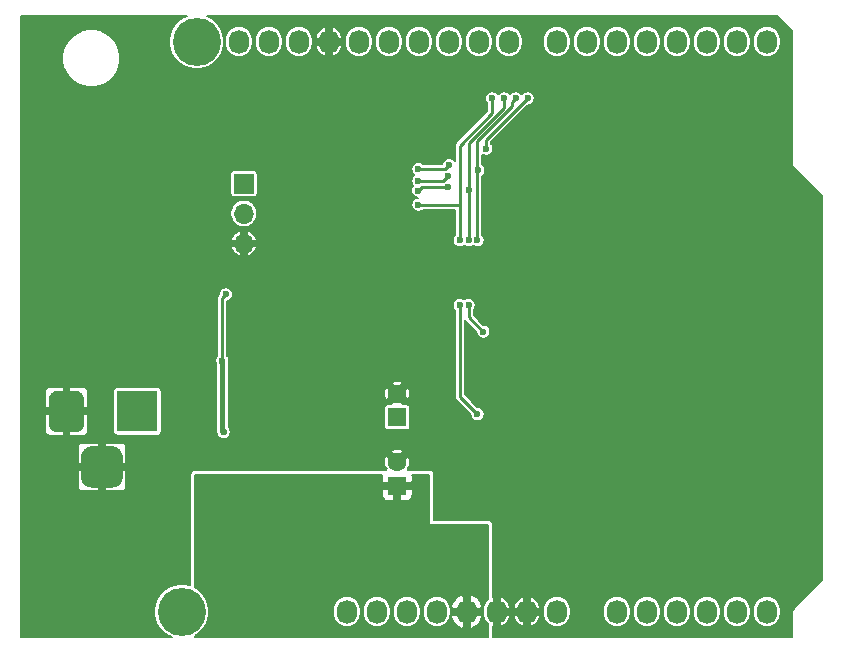
<source format=gbr>
G04 #@! TF.GenerationSoftware,KiCad,Pcbnew,(5.1.5)-3*
G04 #@! TF.CreationDate,2020-05-05T12:08:50+02:00*
G04 #@! TF.ProjectId,led_driver_test_board,6c65645f-6472-4697-9665-725f74657374,rev?*
G04 #@! TF.SameCoordinates,Original*
G04 #@! TF.FileFunction,Copper,L2,Bot*
G04 #@! TF.FilePolarity,Positive*
%FSLAX46Y46*%
G04 Gerber Fmt 4.6, Leading zero omitted, Abs format (unit mm)*
G04 Created by KiCad (PCBNEW (5.1.5)-3) date 2020-05-05 12:08:50*
%MOMM*%
%LPD*%
G04 APERTURE LIST*
%ADD10O,1.700000X1.700000*%
%ADD11R,1.700000X1.700000*%
%ADD12C,0.100000*%
%ADD13R,3.500000X3.500000*%
%ADD14C,1.600000*%
%ADD15R,1.600000X1.600000*%
%ADD16O,1.727200X2.032000*%
%ADD17C,4.064000*%
%ADD18C,0.600000*%
%ADD19C,0.450000*%
%ADD20C,0.250000*%
%ADD21C,0.200000*%
G04 APERTURE END LIST*
D10*
X130223000Y-92655000D03*
X130223000Y-90115000D03*
D11*
X130223000Y-87575000D03*
G04 #@! TA.AperFunction,ComponentPad*
D12*
G36*
X119158765Y-109819213D02*
G01*
X119243704Y-109831813D01*
X119326999Y-109852677D01*
X119407848Y-109881605D01*
X119485472Y-109918319D01*
X119559124Y-109962464D01*
X119628094Y-110013616D01*
X119691718Y-110071282D01*
X119749384Y-110134906D01*
X119800536Y-110203876D01*
X119844681Y-110277528D01*
X119881395Y-110355152D01*
X119910323Y-110436001D01*
X119931187Y-110519296D01*
X119943787Y-110604235D01*
X119948000Y-110690000D01*
X119948000Y-112440000D01*
X119943787Y-112525765D01*
X119931187Y-112610704D01*
X119910323Y-112693999D01*
X119881395Y-112774848D01*
X119844681Y-112852472D01*
X119800536Y-112926124D01*
X119749384Y-112995094D01*
X119691718Y-113058718D01*
X119628094Y-113116384D01*
X119559124Y-113167536D01*
X119485472Y-113211681D01*
X119407848Y-113248395D01*
X119326999Y-113277323D01*
X119243704Y-113298187D01*
X119158765Y-113310787D01*
X119073000Y-113315000D01*
X117323000Y-113315000D01*
X117237235Y-113310787D01*
X117152296Y-113298187D01*
X117069001Y-113277323D01*
X116988152Y-113248395D01*
X116910528Y-113211681D01*
X116836876Y-113167536D01*
X116767906Y-113116384D01*
X116704282Y-113058718D01*
X116646616Y-112995094D01*
X116595464Y-112926124D01*
X116551319Y-112852472D01*
X116514605Y-112774848D01*
X116485677Y-112693999D01*
X116464813Y-112610704D01*
X116452213Y-112525765D01*
X116448000Y-112440000D01*
X116448000Y-110690000D01*
X116452213Y-110604235D01*
X116464813Y-110519296D01*
X116485677Y-110436001D01*
X116514605Y-110355152D01*
X116551319Y-110277528D01*
X116595464Y-110203876D01*
X116646616Y-110134906D01*
X116704282Y-110071282D01*
X116767906Y-110013616D01*
X116836876Y-109962464D01*
X116910528Y-109918319D01*
X116988152Y-109881605D01*
X117069001Y-109852677D01*
X117152296Y-109831813D01*
X117237235Y-109819213D01*
X117323000Y-109815000D01*
X119073000Y-109815000D01*
X119158765Y-109819213D01*
G37*
G04 #@! TD.AperFunction*
G04 #@! TA.AperFunction,ComponentPad*
G36*
X116021513Y-105118611D02*
G01*
X116094318Y-105129411D01*
X116165714Y-105147295D01*
X116235013Y-105172090D01*
X116301548Y-105203559D01*
X116364678Y-105241398D01*
X116423795Y-105285242D01*
X116478330Y-105334670D01*
X116527758Y-105389205D01*
X116571602Y-105448322D01*
X116609441Y-105511452D01*
X116640910Y-105577987D01*
X116665705Y-105647286D01*
X116683589Y-105718682D01*
X116694389Y-105791487D01*
X116698000Y-105865000D01*
X116698000Y-107865000D01*
X116694389Y-107938513D01*
X116683589Y-108011318D01*
X116665705Y-108082714D01*
X116640910Y-108152013D01*
X116609441Y-108218548D01*
X116571602Y-108281678D01*
X116527758Y-108340795D01*
X116478330Y-108395330D01*
X116423795Y-108444758D01*
X116364678Y-108488602D01*
X116301548Y-108526441D01*
X116235013Y-108557910D01*
X116165714Y-108582705D01*
X116094318Y-108600589D01*
X116021513Y-108611389D01*
X115948000Y-108615000D01*
X114448000Y-108615000D01*
X114374487Y-108611389D01*
X114301682Y-108600589D01*
X114230286Y-108582705D01*
X114160987Y-108557910D01*
X114094452Y-108526441D01*
X114031322Y-108488602D01*
X113972205Y-108444758D01*
X113917670Y-108395330D01*
X113868242Y-108340795D01*
X113824398Y-108281678D01*
X113786559Y-108218548D01*
X113755090Y-108152013D01*
X113730295Y-108082714D01*
X113712411Y-108011318D01*
X113701611Y-107938513D01*
X113698000Y-107865000D01*
X113698000Y-105865000D01*
X113701611Y-105791487D01*
X113712411Y-105718682D01*
X113730295Y-105647286D01*
X113755090Y-105577987D01*
X113786559Y-105511452D01*
X113824398Y-105448322D01*
X113868242Y-105389205D01*
X113917670Y-105334670D01*
X113972205Y-105285242D01*
X114031322Y-105241398D01*
X114094452Y-105203559D01*
X114160987Y-105172090D01*
X114230286Y-105147295D01*
X114301682Y-105129411D01*
X114374487Y-105118611D01*
X114448000Y-105115000D01*
X115948000Y-105115000D01*
X116021513Y-105118611D01*
G37*
G04 #@! TD.AperFunction*
D13*
X121198000Y-106865000D03*
D14*
X143198000Y-111165000D03*
D15*
X143198000Y-113165000D03*
X143198000Y-107365000D03*
D14*
X143198000Y-105365000D03*
D16*
X156718000Y-123825000D03*
X154178000Y-123825000D03*
X151638000Y-123825000D03*
X149098000Y-123825000D03*
X146558000Y-123825000D03*
X144018000Y-123825000D03*
X141478000Y-123825000D03*
X138938000Y-123825000D03*
X174498000Y-123825000D03*
X171958000Y-123825000D03*
X169418000Y-123825000D03*
X166878000Y-123825000D03*
X164338000Y-123825000D03*
X161798000Y-123825000D03*
X152654000Y-75565000D03*
X150114000Y-75565000D03*
X147574000Y-75565000D03*
X145034000Y-75565000D03*
X142494000Y-75565000D03*
X139954000Y-75565000D03*
X137414000Y-75565000D03*
X134874000Y-75565000D03*
X132334000Y-75565000D03*
X129794000Y-75565000D03*
X174498000Y-75565000D03*
X171958000Y-75565000D03*
X169418000Y-75565000D03*
X166878000Y-75565000D03*
X164338000Y-75565000D03*
X161798000Y-75565000D03*
X159258000Y-75565000D03*
X156718000Y-75565000D03*
D17*
X124968000Y-123825000D03*
X126238000Y-75565000D03*
D18*
X133748000Y-112865000D03*
X134748000Y-112865000D03*
X135748000Y-112865000D03*
X136748000Y-112865000D03*
X137748000Y-112865000D03*
X138748000Y-112865000D03*
X139748000Y-112865000D03*
X133748000Y-113865000D03*
X134748000Y-113865000D03*
X135748000Y-113865000D03*
X136748000Y-113865000D03*
X137748000Y-113865000D03*
X138748000Y-113865000D03*
X139748000Y-113865000D03*
X133748000Y-114865000D03*
X134748000Y-114865000D03*
X135748000Y-114865000D03*
X136748000Y-114865000D03*
X137748000Y-114865000D03*
X138748000Y-114865000D03*
X139748000Y-114865000D03*
X133748000Y-115865000D03*
X134748000Y-115865000D03*
X135748000Y-115865000D03*
X136748000Y-115865000D03*
X137748000Y-115865000D03*
X138748000Y-115865000D03*
X139748000Y-115865000D03*
X133748000Y-116865000D03*
X134748000Y-116865000D03*
X135748000Y-116865000D03*
X136748000Y-116865000D03*
X137748000Y-116865000D03*
X138748000Y-116865000D03*
X139748000Y-116865000D03*
X133748000Y-117865000D03*
X134748000Y-117865000D03*
X135748000Y-117865000D03*
X136748000Y-117865000D03*
X137748000Y-117865000D03*
X138748000Y-117865000D03*
X139748000Y-117865000D03*
X133748000Y-118865000D03*
X134748000Y-118865000D03*
X135748000Y-118865000D03*
X136748000Y-118865000D03*
X137748000Y-118865000D03*
X138748000Y-118865000D03*
X139748000Y-118865000D03*
X128398000Y-102565000D03*
X128498000Y-108615000D03*
X128498000Y-112865000D03*
X128698000Y-96965000D03*
X138748000Y-110365000D03*
X139498000Y-110365000D03*
X139498000Y-109615000D03*
X138748000Y-109615000D03*
X138748000Y-108865000D03*
X139498000Y-108865000D03*
X161998000Y-97615000D03*
X155498000Y-93614998D03*
X153748000Y-96865000D03*
X155498000Y-101115000D03*
X153748000Y-104365000D03*
X155498000Y-108615000D03*
X155498000Y-86115000D03*
X161998000Y-90115000D03*
X161998000Y-105115000D03*
X161998000Y-112615000D03*
X153798000Y-111965000D03*
X153798000Y-89365000D03*
X124548000Y-103615000D03*
X126798000Y-100865000D03*
X132748000Y-92365000D03*
X141498000Y-94115000D03*
X141748000Y-85615000D03*
X167248000Y-120865000D03*
X149998000Y-107115000D03*
X151247992Y-80365000D03*
X148498000Y-92365000D03*
X148497988Y-97865000D03*
X144998000Y-89365000D03*
X152248000Y-80365000D03*
X149248000Y-92365000D03*
X149248002Y-97865002D03*
X150498000Y-100115000D03*
X149248000Y-88115000D03*
X147498000Y-87840000D03*
X144988430Y-88168618D03*
X149998000Y-92365000D03*
X153248000Y-80365000D03*
X150073000Y-86440000D03*
X147498000Y-86965000D03*
X144996435Y-87362670D03*
X150748000Y-84615000D03*
X154248000Y-80365000D03*
X144998000Y-86365000D03*
X147598000Y-86015000D03*
D19*
X128398000Y-108515000D02*
X128498000Y-108615000D01*
X128398000Y-102565000D02*
X128398000Y-108515000D01*
D20*
X128398001Y-97264999D02*
X128698000Y-96965000D01*
X128398000Y-102565000D02*
X128398001Y-97264999D01*
X151248000Y-80365008D02*
X151247992Y-80365000D01*
X151248000Y-81615000D02*
X151248000Y-80365008D01*
X148498000Y-92365000D02*
X148498000Y-84365000D01*
X148498000Y-84365000D02*
X151248000Y-81615000D01*
X148497988Y-98289264D02*
X148497988Y-97865000D01*
X149998000Y-107115000D02*
X148497988Y-105614988D01*
X148497988Y-105614988D02*
X148497988Y-98289264D01*
X148498000Y-89365000D02*
X148498000Y-90865000D01*
X144998000Y-89365000D02*
X148498000Y-89365000D01*
X152248000Y-81180700D02*
X152248000Y-80789264D01*
X152248000Y-80789264D02*
X152248000Y-80365000D01*
X149248000Y-92365000D02*
X149248000Y-84180700D01*
X149248000Y-84180700D02*
X152248000Y-81180700D01*
X149248000Y-98865000D02*
X150498000Y-100115000D01*
X149248002Y-97865002D02*
X149248000Y-97865004D01*
X149248000Y-97865004D02*
X149248000Y-98865000D01*
X145292048Y-87865000D02*
X144988430Y-88168618D01*
X147498000Y-87840000D02*
X147473000Y-87865000D01*
X147498000Y-87840000D02*
X145317048Y-87840000D01*
X145317048Y-87840000D02*
X145292048Y-87865000D01*
X152948001Y-81046399D02*
X152948001Y-80664999D01*
X152948001Y-80664999D02*
X153248000Y-80365000D01*
X149998000Y-83996400D02*
X152948001Y-81046399D01*
X149998000Y-92365000D02*
X149998000Y-83996400D01*
X147498000Y-86965000D02*
X147100330Y-87362670D01*
X147100330Y-87362670D02*
X144996435Y-87362670D01*
X150748000Y-84615000D02*
X150748000Y-83865000D01*
X150748000Y-83865000D02*
X154248000Y-80365000D01*
X147248000Y-86365000D02*
X147598000Y-86015000D01*
X147248000Y-86365000D02*
X144998000Y-86365000D01*
D21*
G36*
X141905235Y-112266983D02*
G01*
X141895581Y-112365000D01*
X141898000Y-112790000D01*
X142023000Y-112915000D01*
X142948000Y-112915000D01*
X142948000Y-112895000D01*
X143448000Y-112895000D01*
X143448000Y-112915000D01*
X144373000Y-112915000D01*
X144498000Y-112790000D01*
X144500419Y-112365000D01*
X144490765Y-112266983D01*
X144474996Y-112215000D01*
X145898000Y-112215000D01*
X145898000Y-116365000D01*
X145899921Y-116384509D01*
X145905612Y-116403268D01*
X145914853Y-116420557D01*
X145927289Y-116435711D01*
X145942443Y-116448147D01*
X145959732Y-116457388D01*
X145978491Y-116463079D01*
X145998000Y-116465000D01*
X150898000Y-116465000D01*
X150898000Y-122774620D01*
X150811230Y-122845830D01*
X150665821Y-123023012D01*
X150557772Y-123225156D01*
X150491236Y-123444496D01*
X150474400Y-123615438D01*
X150474400Y-124034563D01*
X150491236Y-124205505D01*
X150557772Y-124424845D01*
X150665822Y-124626989D01*
X150811231Y-124804170D01*
X150898000Y-124875380D01*
X150898000Y-125990000D01*
X126098000Y-125990000D01*
X126098000Y-125874631D01*
X126454564Y-125636383D01*
X126779383Y-125311564D01*
X127034592Y-124929616D01*
X127210383Y-124505219D01*
X127300000Y-124054682D01*
X127300000Y-123615438D01*
X137774400Y-123615438D01*
X137774400Y-124034563D01*
X137791236Y-124205505D01*
X137857772Y-124424845D01*
X137965822Y-124626989D01*
X138111231Y-124804170D01*
X138288412Y-124949579D01*
X138490556Y-125057628D01*
X138709896Y-125124164D01*
X138938000Y-125146630D01*
X139166105Y-125124164D01*
X139385445Y-125057628D01*
X139587589Y-124949579D01*
X139764770Y-124804170D01*
X139910179Y-124626988D01*
X140018228Y-124424844D01*
X140084764Y-124205504D01*
X140101600Y-124034562D01*
X140101600Y-123615438D01*
X140314400Y-123615438D01*
X140314400Y-124034563D01*
X140331236Y-124205505D01*
X140397772Y-124424845D01*
X140505822Y-124626989D01*
X140651231Y-124804170D01*
X140828412Y-124949579D01*
X141030556Y-125057628D01*
X141249896Y-125124164D01*
X141478000Y-125146630D01*
X141706105Y-125124164D01*
X141925445Y-125057628D01*
X142127589Y-124949579D01*
X142304770Y-124804170D01*
X142450179Y-124626988D01*
X142558228Y-124424844D01*
X142624764Y-124205504D01*
X142641600Y-124034562D01*
X142641600Y-123615438D01*
X142854400Y-123615438D01*
X142854400Y-124034563D01*
X142871236Y-124205505D01*
X142937772Y-124424845D01*
X143045822Y-124626989D01*
X143191231Y-124804170D01*
X143368412Y-124949579D01*
X143570556Y-125057628D01*
X143789896Y-125124164D01*
X144018000Y-125146630D01*
X144246105Y-125124164D01*
X144465445Y-125057628D01*
X144667589Y-124949579D01*
X144844770Y-124804170D01*
X144990179Y-124626988D01*
X145098228Y-124424844D01*
X145164764Y-124205504D01*
X145181600Y-124034562D01*
X145181600Y-123615438D01*
X145394400Y-123615438D01*
X145394400Y-124034563D01*
X145411236Y-124205505D01*
X145477772Y-124424845D01*
X145585822Y-124626989D01*
X145731231Y-124804170D01*
X145908412Y-124949579D01*
X146110556Y-125057628D01*
X146329896Y-125124164D01*
X146558000Y-125146630D01*
X146786105Y-125124164D01*
X147005445Y-125057628D01*
X147207589Y-124949579D01*
X147384770Y-124804170D01*
X147530179Y-124626988D01*
X147638228Y-124424844D01*
X147680434Y-124285709D01*
X147775318Y-124285709D01*
X147860881Y-124537827D01*
X147993986Y-124768408D01*
X148169517Y-124968591D01*
X148380729Y-125130684D01*
X148619506Y-125248457D01*
X148641380Y-125262275D01*
X148848000Y-125190508D01*
X148848000Y-124075000D01*
X149348000Y-124075000D01*
X149348000Y-125190508D01*
X149554620Y-125262275D01*
X149576494Y-125248457D01*
X149815271Y-125130684D01*
X150026483Y-124968591D01*
X150202014Y-124768408D01*
X150335119Y-124537827D01*
X150420682Y-124285709D01*
X150327628Y-124075000D01*
X149348000Y-124075000D01*
X148848000Y-124075000D01*
X147868372Y-124075000D01*
X147775318Y-124285709D01*
X147680434Y-124285709D01*
X147704764Y-124205504D01*
X147721600Y-124034562D01*
X147721600Y-123615437D01*
X147704764Y-123444495D01*
X147680435Y-123364291D01*
X147775318Y-123364291D01*
X147868372Y-123575000D01*
X148848000Y-123575000D01*
X148848000Y-122459492D01*
X149348000Y-122459492D01*
X149348000Y-123575000D01*
X150327628Y-123575000D01*
X150420682Y-123364291D01*
X150335119Y-123112173D01*
X150202014Y-122881592D01*
X150026483Y-122681409D01*
X149815271Y-122519316D01*
X149576494Y-122401543D01*
X149554620Y-122387725D01*
X149348000Y-122459492D01*
X148848000Y-122459492D01*
X148641380Y-122387725D01*
X148619506Y-122401543D01*
X148380729Y-122519316D01*
X148169517Y-122681409D01*
X147993986Y-122881592D01*
X147860881Y-123112173D01*
X147775318Y-123364291D01*
X147680435Y-123364291D01*
X147638228Y-123225155D01*
X147530179Y-123023011D01*
X147384770Y-122845830D01*
X147207588Y-122700421D01*
X147005444Y-122592372D01*
X146786104Y-122525836D01*
X146558000Y-122503370D01*
X146329895Y-122525836D01*
X146110555Y-122592372D01*
X145908411Y-122700421D01*
X145731230Y-122845830D01*
X145585821Y-123023012D01*
X145477772Y-123225156D01*
X145411236Y-123444496D01*
X145394400Y-123615438D01*
X145181600Y-123615438D01*
X145181600Y-123615437D01*
X145164764Y-123444495D01*
X145098228Y-123225155D01*
X144990179Y-123023011D01*
X144844770Y-122845830D01*
X144667588Y-122700421D01*
X144465444Y-122592372D01*
X144246104Y-122525836D01*
X144018000Y-122503370D01*
X143789895Y-122525836D01*
X143570555Y-122592372D01*
X143368411Y-122700421D01*
X143191230Y-122845830D01*
X143045821Y-123023012D01*
X142937772Y-123225156D01*
X142871236Y-123444496D01*
X142854400Y-123615438D01*
X142641600Y-123615438D01*
X142641600Y-123615437D01*
X142624764Y-123444495D01*
X142558228Y-123225155D01*
X142450179Y-123023011D01*
X142304770Y-122845830D01*
X142127588Y-122700421D01*
X141925444Y-122592372D01*
X141706104Y-122525836D01*
X141478000Y-122503370D01*
X141249895Y-122525836D01*
X141030555Y-122592372D01*
X140828411Y-122700421D01*
X140651230Y-122845830D01*
X140505821Y-123023012D01*
X140397772Y-123225156D01*
X140331236Y-123444496D01*
X140314400Y-123615438D01*
X140101600Y-123615438D01*
X140101600Y-123615437D01*
X140084764Y-123444495D01*
X140018228Y-123225155D01*
X139910179Y-123023011D01*
X139764770Y-122845830D01*
X139587588Y-122700421D01*
X139385444Y-122592372D01*
X139166104Y-122525836D01*
X138938000Y-122503370D01*
X138709895Y-122525836D01*
X138490555Y-122592372D01*
X138288411Y-122700421D01*
X138111230Y-122845830D01*
X137965821Y-123023012D01*
X137857772Y-123225156D01*
X137791236Y-123444496D01*
X137774400Y-123615438D01*
X127300000Y-123615438D01*
X127300000Y-123595318D01*
X127210383Y-123144781D01*
X127034592Y-122720384D01*
X126779383Y-122338436D01*
X126454564Y-122013617D01*
X126098000Y-121775369D01*
X126098000Y-113965000D01*
X141895581Y-113965000D01*
X141905235Y-114063017D01*
X141933825Y-114157267D01*
X141980254Y-114244129D01*
X142042736Y-114320264D01*
X142118871Y-114382746D01*
X142205733Y-114429175D01*
X142299983Y-114457765D01*
X142398000Y-114467419D01*
X142823000Y-114465000D01*
X142948000Y-114340000D01*
X142948000Y-113415000D01*
X143448000Y-113415000D01*
X143448000Y-114340000D01*
X143573000Y-114465000D01*
X143998000Y-114467419D01*
X144096017Y-114457765D01*
X144190267Y-114429175D01*
X144277129Y-114382746D01*
X144353264Y-114320264D01*
X144415746Y-114244129D01*
X144462175Y-114157267D01*
X144490765Y-114063017D01*
X144500419Y-113965000D01*
X144498000Y-113540000D01*
X144373000Y-113415000D01*
X143448000Y-113415000D01*
X142948000Y-113415000D01*
X142023000Y-113415000D01*
X141898000Y-113540000D01*
X141895581Y-113965000D01*
X126098000Y-113965000D01*
X126098000Y-112215000D01*
X141921004Y-112215000D01*
X141905235Y-112266983D01*
G37*
X141905235Y-112266983D02*
X141895581Y-112365000D01*
X141898000Y-112790000D01*
X142023000Y-112915000D01*
X142948000Y-112915000D01*
X142948000Y-112895000D01*
X143448000Y-112895000D01*
X143448000Y-112915000D01*
X144373000Y-112915000D01*
X144498000Y-112790000D01*
X144500419Y-112365000D01*
X144490765Y-112266983D01*
X144474996Y-112215000D01*
X145898000Y-112215000D01*
X145898000Y-116365000D01*
X145899921Y-116384509D01*
X145905612Y-116403268D01*
X145914853Y-116420557D01*
X145927289Y-116435711D01*
X145942443Y-116448147D01*
X145959732Y-116457388D01*
X145978491Y-116463079D01*
X145998000Y-116465000D01*
X150898000Y-116465000D01*
X150898000Y-122774620D01*
X150811230Y-122845830D01*
X150665821Y-123023012D01*
X150557772Y-123225156D01*
X150491236Y-123444496D01*
X150474400Y-123615438D01*
X150474400Y-124034563D01*
X150491236Y-124205505D01*
X150557772Y-124424845D01*
X150665822Y-124626989D01*
X150811231Y-124804170D01*
X150898000Y-124875380D01*
X150898000Y-125990000D01*
X126098000Y-125990000D01*
X126098000Y-125874631D01*
X126454564Y-125636383D01*
X126779383Y-125311564D01*
X127034592Y-124929616D01*
X127210383Y-124505219D01*
X127300000Y-124054682D01*
X127300000Y-123615438D01*
X137774400Y-123615438D01*
X137774400Y-124034563D01*
X137791236Y-124205505D01*
X137857772Y-124424845D01*
X137965822Y-124626989D01*
X138111231Y-124804170D01*
X138288412Y-124949579D01*
X138490556Y-125057628D01*
X138709896Y-125124164D01*
X138938000Y-125146630D01*
X139166105Y-125124164D01*
X139385445Y-125057628D01*
X139587589Y-124949579D01*
X139764770Y-124804170D01*
X139910179Y-124626988D01*
X140018228Y-124424844D01*
X140084764Y-124205504D01*
X140101600Y-124034562D01*
X140101600Y-123615438D01*
X140314400Y-123615438D01*
X140314400Y-124034563D01*
X140331236Y-124205505D01*
X140397772Y-124424845D01*
X140505822Y-124626989D01*
X140651231Y-124804170D01*
X140828412Y-124949579D01*
X141030556Y-125057628D01*
X141249896Y-125124164D01*
X141478000Y-125146630D01*
X141706105Y-125124164D01*
X141925445Y-125057628D01*
X142127589Y-124949579D01*
X142304770Y-124804170D01*
X142450179Y-124626988D01*
X142558228Y-124424844D01*
X142624764Y-124205504D01*
X142641600Y-124034562D01*
X142641600Y-123615438D01*
X142854400Y-123615438D01*
X142854400Y-124034563D01*
X142871236Y-124205505D01*
X142937772Y-124424845D01*
X143045822Y-124626989D01*
X143191231Y-124804170D01*
X143368412Y-124949579D01*
X143570556Y-125057628D01*
X143789896Y-125124164D01*
X144018000Y-125146630D01*
X144246105Y-125124164D01*
X144465445Y-125057628D01*
X144667589Y-124949579D01*
X144844770Y-124804170D01*
X144990179Y-124626988D01*
X145098228Y-124424844D01*
X145164764Y-124205504D01*
X145181600Y-124034562D01*
X145181600Y-123615438D01*
X145394400Y-123615438D01*
X145394400Y-124034563D01*
X145411236Y-124205505D01*
X145477772Y-124424845D01*
X145585822Y-124626989D01*
X145731231Y-124804170D01*
X145908412Y-124949579D01*
X146110556Y-125057628D01*
X146329896Y-125124164D01*
X146558000Y-125146630D01*
X146786105Y-125124164D01*
X147005445Y-125057628D01*
X147207589Y-124949579D01*
X147384770Y-124804170D01*
X147530179Y-124626988D01*
X147638228Y-124424844D01*
X147680434Y-124285709D01*
X147775318Y-124285709D01*
X147860881Y-124537827D01*
X147993986Y-124768408D01*
X148169517Y-124968591D01*
X148380729Y-125130684D01*
X148619506Y-125248457D01*
X148641380Y-125262275D01*
X148848000Y-125190508D01*
X148848000Y-124075000D01*
X149348000Y-124075000D01*
X149348000Y-125190508D01*
X149554620Y-125262275D01*
X149576494Y-125248457D01*
X149815271Y-125130684D01*
X150026483Y-124968591D01*
X150202014Y-124768408D01*
X150335119Y-124537827D01*
X150420682Y-124285709D01*
X150327628Y-124075000D01*
X149348000Y-124075000D01*
X148848000Y-124075000D01*
X147868372Y-124075000D01*
X147775318Y-124285709D01*
X147680434Y-124285709D01*
X147704764Y-124205504D01*
X147721600Y-124034562D01*
X147721600Y-123615437D01*
X147704764Y-123444495D01*
X147680435Y-123364291D01*
X147775318Y-123364291D01*
X147868372Y-123575000D01*
X148848000Y-123575000D01*
X148848000Y-122459492D01*
X149348000Y-122459492D01*
X149348000Y-123575000D01*
X150327628Y-123575000D01*
X150420682Y-123364291D01*
X150335119Y-123112173D01*
X150202014Y-122881592D01*
X150026483Y-122681409D01*
X149815271Y-122519316D01*
X149576494Y-122401543D01*
X149554620Y-122387725D01*
X149348000Y-122459492D01*
X148848000Y-122459492D01*
X148641380Y-122387725D01*
X148619506Y-122401543D01*
X148380729Y-122519316D01*
X148169517Y-122681409D01*
X147993986Y-122881592D01*
X147860881Y-123112173D01*
X147775318Y-123364291D01*
X147680435Y-123364291D01*
X147638228Y-123225155D01*
X147530179Y-123023011D01*
X147384770Y-122845830D01*
X147207588Y-122700421D01*
X147005444Y-122592372D01*
X146786104Y-122525836D01*
X146558000Y-122503370D01*
X146329895Y-122525836D01*
X146110555Y-122592372D01*
X145908411Y-122700421D01*
X145731230Y-122845830D01*
X145585821Y-123023012D01*
X145477772Y-123225156D01*
X145411236Y-123444496D01*
X145394400Y-123615438D01*
X145181600Y-123615438D01*
X145181600Y-123615437D01*
X145164764Y-123444495D01*
X145098228Y-123225155D01*
X144990179Y-123023011D01*
X144844770Y-122845830D01*
X144667588Y-122700421D01*
X144465444Y-122592372D01*
X144246104Y-122525836D01*
X144018000Y-122503370D01*
X143789895Y-122525836D01*
X143570555Y-122592372D01*
X143368411Y-122700421D01*
X143191230Y-122845830D01*
X143045821Y-123023012D01*
X142937772Y-123225156D01*
X142871236Y-123444496D01*
X142854400Y-123615438D01*
X142641600Y-123615438D01*
X142641600Y-123615437D01*
X142624764Y-123444495D01*
X142558228Y-123225155D01*
X142450179Y-123023011D01*
X142304770Y-122845830D01*
X142127588Y-122700421D01*
X141925444Y-122592372D01*
X141706104Y-122525836D01*
X141478000Y-122503370D01*
X141249895Y-122525836D01*
X141030555Y-122592372D01*
X140828411Y-122700421D01*
X140651230Y-122845830D01*
X140505821Y-123023012D01*
X140397772Y-123225156D01*
X140331236Y-123444496D01*
X140314400Y-123615438D01*
X140101600Y-123615438D01*
X140101600Y-123615437D01*
X140084764Y-123444495D01*
X140018228Y-123225155D01*
X139910179Y-123023011D01*
X139764770Y-122845830D01*
X139587588Y-122700421D01*
X139385444Y-122592372D01*
X139166104Y-122525836D01*
X138938000Y-122503370D01*
X138709895Y-122525836D01*
X138490555Y-122592372D01*
X138288411Y-122700421D01*
X138111230Y-122845830D01*
X137965821Y-123023012D01*
X137857772Y-123225156D01*
X137791236Y-123444496D01*
X137774400Y-123615438D01*
X127300000Y-123615438D01*
X127300000Y-123595318D01*
X127210383Y-123144781D01*
X127034592Y-122720384D01*
X126779383Y-122338436D01*
X126454564Y-122013617D01*
X126098000Y-121775369D01*
X126098000Y-113965000D01*
X141895581Y-113965000D01*
X141905235Y-114063017D01*
X141933825Y-114157267D01*
X141980254Y-114244129D01*
X142042736Y-114320264D01*
X142118871Y-114382746D01*
X142205733Y-114429175D01*
X142299983Y-114457765D01*
X142398000Y-114467419D01*
X142823000Y-114465000D01*
X142948000Y-114340000D01*
X142948000Y-113415000D01*
X143448000Y-113415000D01*
X143448000Y-114340000D01*
X143573000Y-114465000D01*
X143998000Y-114467419D01*
X144096017Y-114457765D01*
X144190267Y-114429175D01*
X144277129Y-114382746D01*
X144353264Y-114320264D01*
X144415746Y-114244129D01*
X144462175Y-114157267D01*
X144490765Y-114063017D01*
X144500419Y-113965000D01*
X144498000Y-113540000D01*
X144373000Y-113415000D01*
X143448000Y-113415000D01*
X142948000Y-113415000D01*
X142023000Y-113415000D01*
X141898000Y-113540000D01*
X141895581Y-113965000D01*
X126098000Y-113965000D01*
X126098000Y-112215000D01*
X141921004Y-112215000D01*
X141905235Y-112266983D01*
G36*
X125133384Y-73498408D02*
G01*
X124751436Y-73753617D01*
X124426617Y-74078436D01*
X124171408Y-74460384D01*
X123995617Y-74884781D01*
X123906000Y-75335318D01*
X123906000Y-75794682D01*
X123995617Y-76245219D01*
X124171408Y-76669616D01*
X124426617Y-77051564D01*
X124751436Y-77376383D01*
X125133384Y-77631592D01*
X125557781Y-77807383D01*
X126008318Y-77897000D01*
X126467682Y-77897000D01*
X126918219Y-77807383D01*
X127342616Y-77631592D01*
X127724564Y-77376383D01*
X128049383Y-77051564D01*
X128304592Y-76669616D01*
X128480383Y-76245219D01*
X128570000Y-75794682D01*
X128570000Y-75355438D01*
X128630400Y-75355438D01*
X128630400Y-75774563D01*
X128647236Y-75945505D01*
X128713772Y-76164845D01*
X128821822Y-76366989D01*
X128967231Y-76544170D01*
X129144412Y-76689579D01*
X129346556Y-76797628D01*
X129565896Y-76864164D01*
X129794000Y-76886630D01*
X130022105Y-76864164D01*
X130241445Y-76797628D01*
X130443589Y-76689579D01*
X130620770Y-76544170D01*
X130766179Y-76366988D01*
X130874228Y-76164844D01*
X130940764Y-75945504D01*
X130957600Y-75774562D01*
X130957600Y-75355438D01*
X131170400Y-75355438D01*
X131170400Y-75774563D01*
X131187236Y-75945505D01*
X131253772Y-76164845D01*
X131361822Y-76366989D01*
X131507231Y-76544170D01*
X131684412Y-76689579D01*
X131886556Y-76797628D01*
X132105896Y-76864164D01*
X132334000Y-76886630D01*
X132562105Y-76864164D01*
X132781445Y-76797628D01*
X132983589Y-76689579D01*
X133160770Y-76544170D01*
X133306179Y-76366988D01*
X133414228Y-76164844D01*
X133480764Y-75945504D01*
X133497600Y-75774562D01*
X133497600Y-75355438D01*
X133710400Y-75355438D01*
X133710400Y-75774563D01*
X133727236Y-75945505D01*
X133793772Y-76164845D01*
X133901822Y-76366989D01*
X134047231Y-76544170D01*
X134224412Y-76689579D01*
X134426556Y-76797628D01*
X134645896Y-76864164D01*
X134874000Y-76886630D01*
X135102105Y-76864164D01*
X135321445Y-76797628D01*
X135523589Y-76689579D01*
X135700770Y-76544170D01*
X135846179Y-76366988D01*
X135954228Y-76164844D01*
X136005998Y-75994179D01*
X136290392Y-75994179D01*
X136365979Y-76208066D01*
X136481841Y-76403097D01*
X136633525Y-76571777D01*
X136815202Y-76707624D01*
X136989302Y-76800726D01*
X137164000Y-76776905D01*
X137164000Y-75815000D01*
X137664000Y-75815000D01*
X137664000Y-76776905D01*
X137838698Y-76800726D01*
X138012798Y-76707624D01*
X138194475Y-76571777D01*
X138346159Y-76403097D01*
X138462021Y-76208066D01*
X138537608Y-75994179D01*
X138492072Y-75815000D01*
X137664000Y-75815000D01*
X137164000Y-75815000D01*
X136335928Y-75815000D01*
X136290392Y-75994179D01*
X136005998Y-75994179D01*
X136020764Y-75945504D01*
X136037600Y-75774562D01*
X136037600Y-75355438D01*
X138790400Y-75355438D01*
X138790400Y-75774563D01*
X138807236Y-75945505D01*
X138873772Y-76164845D01*
X138981822Y-76366989D01*
X139127231Y-76544170D01*
X139304412Y-76689579D01*
X139506556Y-76797628D01*
X139725896Y-76864164D01*
X139954000Y-76886630D01*
X140182105Y-76864164D01*
X140401445Y-76797628D01*
X140603589Y-76689579D01*
X140780770Y-76544170D01*
X140926179Y-76366988D01*
X141034228Y-76164844D01*
X141100764Y-75945504D01*
X141117600Y-75774562D01*
X141117600Y-75355438D01*
X141330400Y-75355438D01*
X141330400Y-75774563D01*
X141347236Y-75945505D01*
X141413772Y-76164845D01*
X141521822Y-76366989D01*
X141667231Y-76544170D01*
X141844412Y-76689579D01*
X142046556Y-76797628D01*
X142265896Y-76864164D01*
X142494000Y-76886630D01*
X142722105Y-76864164D01*
X142941445Y-76797628D01*
X143143589Y-76689579D01*
X143320770Y-76544170D01*
X143466179Y-76366988D01*
X143574228Y-76164844D01*
X143640764Y-75945504D01*
X143657600Y-75774562D01*
X143657600Y-75355438D01*
X143870400Y-75355438D01*
X143870400Y-75774563D01*
X143887236Y-75945505D01*
X143953772Y-76164845D01*
X144061822Y-76366989D01*
X144207231Y-76544170D01*
X144384412Y-76689579D01*
X144586556Y-76797628D01*
X144805896Y-76864164D01*
X145034000Y-76886630D01*
X145262105Y-76864164D01*
X145481445Y-76797628D01*
X145683589Y-76689579D01*
X145860770Y-76544170D01*
X146006179Y-76366988D01*
X146114228Y-76164844D01*
X146180764Y-75945504D01*
X146197600Y-75774562D01*
X146197600Y-75355438D01*
X146410400Y-75355438D01*
X146410400Y-75774563D01*
X146427236Y-75945505D01*
X146493772Y-76164845D01*
X146601822Y-76366989D01*
X146747231Y-76544170D01*
X146924412Y-76689579D01*
X147126556Y-76797628D01*
X147345896Y-76864164D01*
X147574000Y-76886630D01*
X147802105Y-76864164D01*
X148021445Y-76797628D01*
X148223589Y-76689579D01*
X148400770Y-76544170D01*
X148546179Y-76366988D01*
X148654228Y-76164844D01*
X148720764Y-75945504D01*
X148737600Y-75774562D01*
X148737600Y-75355438D01*
X148950400Y-75355438D01*
X148950400Y-75774563D01*
X148967236Y-75945505D01*
X149033772Y-76164845D01*
X149141822Y-76366989D01*
X149287231Y-76544170D01*
X149464412Y-76689579D01*
X149666556Y-76797628D01*
X149885896Y-76864164D01*
X150114000Y-76886630D01*
X150342105Y-76864164D01*
X150561445Y-76797628D01*
X150763589Y-76689579D01*
X150940770Y-76544170D01*
X151086179Y-76366988D01*
X151194228Y-76164844D01*
X151260764Y-75945504D01*
X151277600Y-75774562D01*
X151277600Y-75355438D01*
X151490400Y-75355438D01*
X151490400Y-75774563D01*
X151507236Y-75945505D01*
X151573772Y-76164845D01*
X151681822Y-76366989D01*
X151827231Y-76544170D01*
X152004412Y-76689579D01*
X152206556Y-76797628D01*
X152425896Y-76864164D01*
X152654000Y-76886630D01*
X152882105Y-76864164D01*
X153101445Y-76797628D01*
X153303589Y-76689579D01*
X153480770Y-76544170D01*
X153626179Y-76366988D01*
X153734228Y-76164844D01*
X153800764Y-75945504D01*
X153817600Y-75774562D01*
X153817600Y-75355438D01*
X155554400Y-75355438D01*
X155554400Y-75774563D01*
X155571236Y-75945505D01*
X155637772Y-76164845D01*
X155745822Y-76366989D01*
X155891231Y-76544170D01*
X156068412Y-76689579D01*
X156270556Y-76797628D01*
X156489896Y-76864164D01*
X156718000Y-76886630D01*
X156946105Y-76864164D01*
X157165445Y-76797628D01*
X157367589Y-76689579D01*
X157544770Y-76544170D01*
X157690179Y-76366988D01*
X157798228Y-76164844D01*
X157864764Y-75945504D01*
X157881600Y-75774562D01*
X157881600Y-75355438D01*
X158094400Y-75355438D01*
X158094400Y-75774563D01*
X158111236Y-75945505D01*
X158177772Y-76164845D01*
X158285822Y-76366989D01*
X158431231Y-76544170D01*
X158608412Y-76689579D01*
X158810556Y-76797628D01*
X159029896Y-76864164D01*
X159258000Y-76886630D01*
X159486105Y-76864164D01*
X159705445Y-76797628D01*
X159907589Y-76689579D01*
X160084770Y-76544170D01*
X160230179Y-76366988D01*
X160338228Y-76164844D01*
X160404764Y-75945504D01*
X160421600Y-75774562D01*
X160421600Y-75355438D01*
X160634400Y-75355438D01*
X160634400Y-75774563D01*
X160651236Y-75945505D01*
X160717772Y-76164845D01*
X160825822Y-76366989D01*
X160971231Y-76544170D01*
X161148412Y-76689579D01*
X161350556Y-76797628D01*
X161569896Y-76864164D01*
X161798000Y-76886630D01*
X162026105Y-76864164D01*
X162245445Y-76797628D01*
X162447589Y-76689579D01*
X162624770Y-76544170D01*
X162770179Y-76366988D01*
X162878228Y-76164844D01*
X162944764Y-75945504D01*
X162961600Y-75774562D01*
X162961600Y-75355438D01*
X163174400Y-75355438D01*
X163174400Y-75774563D01*
X163191236Y-75945505D01*
X163257772Y-76164845D01*
X163365822Y-76366989D01*
X163511231Y-76544170D01*
X163688412Y-76689579D01*
X163890556Y-76797628D01*
X164109896Y-76864164D01*
X164338000Y-76886630D01*
X164566105Y-76864164D01*
X164785445Y-76797628D01*
X164987589Y-76689579D01*
X165164770Y-76544170D01*
X165310179Y-76366988D01*
X165418228Y-76164844D01*
X165484764Y-75945504D01*
X165501600Y-75774562D01*
X165501600Y-75355438D01*
X165714400Y-75355438D01*
X165714400Y-75774563D01*
X165731236Y-75945505D01*
X165797772Y-76164845D01*
X165905822Y-76366989D01*
X166051231Y-76544170D01*
X166228412Y-76689579D01*
X166430556Y-76797628D01*
X166649896Y-76864164D01*
X166878000Y-76886630D01*
X167106105Y-76864164D01*
X167325445Y-76797628D01*
X167527589Y-76689579D01*
X167704770Y-76544170D01*
X167850179Y-76366988D01*
X167958228Y-76164844D01*
X168024764Y-75945504D01*
X168041600Y-75774562D01*
X168041600Y-75355438D01*
X168254400Y-75355438D01*
X168254400Y-75774563D01*
X168271236Y-75945505D01*
X168337772Y-76164845D01*
X168445822Y-76366989D01*
X168591231Y-76544170D01*
X168768412Y-76689579D01*
X168970556Y-76797628D01*
X169189896Y-76864164D01*
X169418000Y-76886630D01*
X169646105Y-76864164D01*
X169865445Y-76797628D01*
X170067589Y-76689579D01*
X170244770Y-76544170D01*
X170390179Y-76366988D01*
X170498228Y-76164844D01*
X170564764Y-75945504D01*
X170581600Y-75774562D01*
X170581600Y-75355438D01*
X170794400Y-75355438D01*
X170794400Y-75774563D01*
X170811236Y-75945505D01*
X170877772Y-76164845D01*
X170985822Y-76366989D01*
X171131231Y-76544170D01*
X171308412Y-76689579D01*
X171510556Y-76797628D01*
X171729896Y-76864164D01*
X171958000Y-76886630D01*
X172186105Y-76864164D01*
X172405445Y-76797628D01*
X172607589Y-76689579D01*
X172784770Y-76544170D01*
X172930179Y-76366988D01*
X173038228Y-76164844D01*
X173104764Y-75945504D01*
X173121600Y-75774562D01*
X173121600Y-75355438D01*
X173334400Y-75355438D01*
X173334400Y-75774563D01*
X173351236Y-75945505D01*
X173417772Y-76164845D01*
X173525822Y-76366989D01*
X173671231Y-76544170D01*
X173848412Y-76689579D01*
X174050556Y-76797628D01*
X174269896Y-76864164D01*
X174498000Y-76886630D01*
X174726105Y-76864164D01*
X174945445Y-76797628D01*
X175147589Y-76689579D01*
X175324770Y-76544170D01*
X175470179Y-76366988D01*
X175578228Y-76164844D01*
X175644764Y-75945504D01*
X175661600Y-75774562D01*
X175661600Y-75355437D01*
X175644764Y-75184495D01*
X175578228Y-74965155D01*
X175470179Y-74763011D01*
X175324770Y-74585830D01*
X175147588Y-74440421D01*
X174945444Y-74332372D01*
X174726104Y-74265836D01*
X174498000Y-74243370D01*
X174269895Y-74265836D01*
X174050555Y-74332372D01*
X173848411Y-74440421D01*
X173671230Y-74585830D01*
X173525821Y-74763012D01*
X173417772Y-74965156D01*
X173351236Y-75184496D01*
X173334400Y-75355438D01*
X173121600Y-75355438D01*
X173121600Y-75355437D01*
X173104764Y-75184495D01*
X173038228Y-74965155D01*
X172930179Y-74763011D01*
X172784770Y-74585830D01*
X172607588Y-74440421D01*
X172405444Y-74332372D01*
X172186104Y-74265836D01*
X171958000Y-74243370D01*
X171729895Y-74265836D01*
X171510555Y-74332372D01*
X171308411Y-74440421D01*
X171131230Y-74585830D01*
X170985821Y-74763012D01*
X170877772Y-74965156D01*
X170811236Y-75184496D01*
X170794400Y-75355438D01*
X170581600Y-75355438D01*
X170581600Y-75355437D01*
X170564764Y-75184495D01*
X170498228Y-74965155D01*
X170390179Y-74763011D01*
X170244770Y-74585830D01*
X170067588Y-74440421D01*
X169865444Y-74332372D01*
X169646104Y-74265836D01*
X169418000Y-74243370D01*
X169189895Y-74265836D01*
X168970555Y-74332372D01*
X168768411Y-74440421D01*
X168591230Y-74585830D01*
X168445821Y-74763012D01*
X168337772Y-74965156D01*
X168271236Y-75184496D01*
X168254400Y-75355438D01*
X168041600Y-75355438D01*
X168041600Y-75355437D01*
X168024764Y-75184495D01*
X167958228Y-74965155D01*
X167850179Y-74763011D01*
X167704770Y-74585830D01*
X167527588Y-74440421D01*
X167325444Y-74332372D01*
X167106104Y-74265836D01*
X166878000Y-74243370D01*
X166649895Y-74265836D01*
X166430555Y-74332372D01*
X166228411Y-74440421D01*
X166051230Y-74585830D01*
X165905821Y-74763012D01*
X165797772Y-74965156D01*
X165731236Y-75184496D01*
X165714400Y-75355438D01*
X165501600Y-75355438D01*
X165501600Y-75355437D01*
X165484764Y-75184495D01*
X165418228Y-74965155D01*
X165310179Y-74763011D01*
X165164770Y-74585830D01*
X164987588Y-74440421D01*
X164785444Y-74332372D01*
X164566104Y-74265836D01*
X164338000Y-74243370D01*
X164109895Y-74265836D01*
X163890555Y-74332372D01*
X163688411Y-74440421D01*
X163511230Y-74585830D01*
X163365821Y-74763012D01*
X163257772Y-74965156D01*
X163191236Y-75184496D01*
X163174400Y-75355438D01*
X162961600Y-75355438D01*
X162961600Y-75355437D01*
X162944764Y-75184495D01*
X162878228Y-74965155D01*
X162770179Y-74763011D01*
X162624770Y-74585830D01*
X162447588Y-74440421D01*
X162245444Y-74332372D01*
X162026104Y-74265836D01*
X161798000Y-74243370D01*
X161569895Y-74265836D01*
X161350555Y-74332372D01*
X161148411Y-74440421D01*
X160971230Y-74585830D01*
X160825821Y-74763012D01*
X160717772Y-74965156D01*
X160651236Y-75184496D01*
X160634400Y-75355438D01*
X160421600Y-75355438D01*
X160421600Y-75355437D01*
X160404764Y-75184495D01*
X160338228Y-74965155D01*
X160230179Y-74763011D01*
X160084770Y-74585830D01*
X159907588Y-74440421D01*
X159705444Y-74332372D01*
X159486104Y-74265836D01*
X159258000Y-74243370D01*
X159029895Y-74265836D01*
X158810555Y-74332372D01*
X158608411Y-74440421D01*
X158431230Y-74585830D01*
X158285821Y-74763012D01*
X158177772Y-74965156D01*
X158111236Y-75184496D01*
X158094400Y-75355438D01*
X157881600Y-75355438D01*
X157881600Y-75355437D01*
X157864764Y-75184495D01*
X157798228Y-74965155D01*
X157690179Y-74763011D01*
X157544770Y-74585830D01*
X157367588Y-74440421D01*
X157165444Y-74332372D01*
X156946104Y-74265836D01*
X156718000Y-74243370D01*
X156489895Y-74265836D01*
X156270555Y-74332372D01*
X156068411Y-74440421D01*
X155891230Y-74585830D01*
X155745821Y-74763012D01*
X155637772Y-74965156D01*
X155571236Y-75184496D01*
X155554400Y-75355438D01*
X153817600Y-75355438D01*
X153817600Y-75355437D01*
X153800764Y-75184495D01*
X153734228Y-74965155D01*
X153626179Y-74763011D01*
X153480770Y-74585830D01*
X153303588Y-74440421D01*
X153101444Y-74332372D01*
X152882104Y-74265836D01*
X152654000Y-74243370D01*
X152425895Y-74265836D01*
X152206555Y-74332372D01*
X152004411Y-74440421D01*
X151827230Y-74585830D01*
X151681821Y-74763012D01*
X151573772Y-74965156D01*
X151507236Y-75184496D01*
X151490400Y-75355438D01*
X151277600Y-75355438D01*
X151277600Y-75355437D01*
X151260764Y-75184495D01*
X151194228Y-74965155D01*
X151086179Y-74763011D01*
X150940770Y-74585830D01*
X150763588Y-74440421D01*
X150561444Y-74332372D01*
X150342104Y-74265836D01*
X150114000Y-74243370D01*
X149885895Y-74265836D01*
X149666555Y-74332372D01*
X149464411Y-74440421D01*
X149287230Y-74585830D01*
X149141821Y-74763012D01*
X149033772Y-74965156D01*
X148967236Y-75184496D01*
X148950400Y-75355438D01*
X148737600Y-75355438D01*
X148737600Y-75355437D01*
X148720764Y-75184495D01*
X148654228Y-74965155D01*
X148546179Y-74763011D01*
X148400770Y-74585830D01*
X148223588Y-74440421D01*
X148021444Y-74332372D01*
X147802104Y-74265836D01*
X147574000Y-74243370D01*
X147345895Y-74265836D01*
X147126555Y-74332372D01*
X146924411Y-74440421D01*
X146747230Y-74585830D01*
X146601821Y-74763012D01*
X146493772Y-74965156D01*
X146427236Y-75184496D01*
X146410400Y-75355438D01*
X146197600Y-75355438D01*
X146197600Y-75355437D01*
X146180764Y-75184495D01*
X146114228Y-74965155D01*
X146006179Y-74763011D01*
X145860770Y-74585830D01*
X145683588Y-74440421D01*
X145481444Y-74332372D01*
X145262104Y-74265836D01*
X145034000Y-74243370D01*
X144805895Y-74265836D01*
X144586555Y-74332372D01*
X144384411Y-74440421D01*
X144207230Y-74585830D01*
X144061821Y-74763012D01*
X143953772Y-74965156D01*
X143887236Y-75184496D01*
X143870400Y-75355438D01*
X143657600Y-75355438D01*
X143657600Y-75355437D01*
X143640764Y-75184495D01*
X143574228Y-74965155D01*
X143466179Y-74763011D01*
X143320770Y-74585830D01*
X143143588Y-74440421D01*
X142941444Y-74332372D01*
X142722104Y-74265836D01*
X142494000Y-74243370D01*
X142265895Y-74265836D01*
X142046555Y-74332372D01*
X141844411Y-74440421D01*
X141667230Y-74585830D01*
X141521821Y-74763012D01*
X141413772Y-74965156D01*
X141347236Y-75184496D01*
X141330400Y-75355438D01*
X141117600Y-75355438D01*
X141117600Y-75355437D01*
X141100764Y-75184495D01*
X141034228Y-74965155D01*
X140926179Y-74763011D01*
X140780770Y-74585830D01*
X140603588Y-74440421D01*
X140401444Y-74332372D01*
X140182104Y-74265836D01*
X139954000Y-74243370D01*
X139725895Y-74265836D01*
X139506555Y-74332372D01*
X139304411Y-74440421D01*
X139127230Y-74585830D01*
X138981821Y-74763012D01*
X138873772Y-74965156D01*
X138807236Y-75184496D01*
X138790400Y-75355438D01*
X136037600Y-75355438D01*
X136037600Y-75355437D01*
X136020764Y-75184495D01*
X136005999Y-75135821D01*
X136290392Y-75135821D01*
X136335928Y-75315000D01*
X137164000Y-75315000D01*
X137164000Y-74353095D01*
X137664000Y-74353095D01*
X137664000Y-75315000D01*
X138492072Y-75315000D01*
X138537608Y-75135821D01*
X138462021Y-74921934D01*
X138346159Y-74726903D01*
X138194475Y-74558223D01*
X138012798Y-74422376D01*
X137838698Y-74329274D01*
X137664000Y-74353095D01*
X137164000Y-74353095D01*
X136989302Y-74329274D01*
X136815202Y-74422376D01*
X136633525Y-74558223D01*
X136481841Y-74726903D01*
X136365979Y-74921934D01*
X136290392Y-75135821D01*
X136005999Y-75135821D01*
X135954228Y-74965155D01*
X135846179Y-74763011D01*
X135700770Y-74585830D01*
X135523588Y-74440421D01*
X135321444Y-74332372D01*
X135102104Y-74265836D01*
X134874000Y-74243370D01*
X134645895Y-74265836D01*
X134426555Y-74332372D01*
X134224411Y-74440421D01*
X134047230Y-74585830D01*
X133901821Y-74763012D01*
X133793772Y-74965156D01*
X133727236Y-75184496D01*
X133710400Y-75355438D01*
X133497600Y-75355438D01*
X133497600Y-75355437D01*
X133480764Y-75184495D01*
X133414228Y-74965155D01*
X133306179Y-74763011D01*
X133160770Y-74585830D01*
X132983588Y-74440421D01*
X132781444Y-74332372D01*
X132562104Y-74265836D01*
X132334000Y-74243370D01*
X132105895Y-74265836D01*
X131886555Y-74332372D01*
X131684411Y-74440421D01*
X131507230Y-74585830D01*
X131361821Y-74763012D01*
X131253772Y-74965156D01*
X131187236Y-75184496D01*
X131170400Y-75355438D01*
X130957600Y-75355438D01*
X130957600Y-75355437D01*
X130940764Y-75184495D01*
X130874228Y-74965155D01*
X130766179Y-74763011D01*
X130620770Y-74585830D01*
X130443588Y-74440421D01*
X130241444Y-74332372D01*
X130022104Y-74265836D01*
X129794000Y-74243370D01*
X129565895Y-74265836D01*
X129346555Y-74332372D01*
X129144411Y-74440421D01*
X128967230Y-74585830D01*
X128821821Y-74763012D01*
X128713772Y-74965156D01*
X128647236Y-75184496D01*
X128630400Y-75355438D01*
X128570000Y-75355438D01*
X128570000Y-75335318D01*
X128480383Y-74884781D01*
X128304592Y-74460384D01*
X128049383Y-74078436D01*
X127724564Y-73753617D01*
X127342616Y-73498408D01*
X127105038Y-73400000D01*
X175358671Y-73400000D01*
X176663001Y-74704331D01*
X176663000Y-85960584D01*
X176661186Y-85979000D01*
X176663000Y-85997416D01*
X176663000Y-85997418D01*
X176668426Y-86052512D01*
X176689869Y-86123199D01*
X176724691Y-86188346D01*
X176771552Y-86245448D01*
X176785866Y-86257195D01*
X179203001Y-88674331D01*
X179203000Y-121129670D01*
X176785862Y-123546809D01*
X176771553Y-123558552D01*
X176759811Y-123572860D01*
X176724691Y-123615654D01*
X176689870Y-123680800D01*
X176668427Y-123751488D01*
X176661186Y-123825000D01*
X176663001Y-123843426D01*
X176663000Y-125990000D01*
X151298000Y-125990000D01*
X151298000Y-125049177D01*
X151388000Y-125036905D01*
X151388000Y-124075000D01*
X151888000Y-124075000D01*
X151888000Y-125036905D01*
X152062698Y-125060726D01*
X152236798Y-124967624D01*
X152418475Y-124831777D01*
X152570159Y-124663097D01*
X152686021Y-124468066D01*
X152761608Y-124254179D01*
X153054392Y-124254179D01*
X153129979Y-124468066D01*
X153245841Y-124663097D01*
X153397525Y-124831777D01*
X153579202Y-124967624D01*
X153753302Y-125060726D01*
X153928000Y-125036905D01*
X153928000Y-124075000D01*
X154428000Y-124075000D01*
X154428000Y-125036905D01*
X154602698Y-125060726D01*
X154776798Y-124967624D01*
X154958475Y-124831777D01*
X155110159Y-124663097D01*
X155226021Y-124468066D01*
X155301608Y-124254179D01*
X155256072Y-124075000D01*
X154428000Y-124075000D01*
X153928000Y-124075000D01*
X153099928Y-124075000D01*
X153054392Y-124254179D01*
X152761608Y-124254179D01*
X152716072Y-124075000D01*
X151888000Y-124075000D01*
X151388000Y-124075000D01*
X151368000Y-124075000D01*
X151368000Y-123615438D01*
X155554400Y-123615438D01*
X155554400Y-124034563D01*
X155571236Y-124205505D01*
X155637772Y-124424845D01*
X155745822Y-124626989D01*
X155891231Y-124804170D01*
X156068412Y-124949579D01*
X156270556Y-125057628D01*
X156489896Y-125124164D01*
X156718000Y-125146630D01*
X156946105Y-125124164D01*
X157165445Y-125057628D01*
X157367589Y-124949579D01*
X157544770Y-124804170D01*
X157690179Y-124626988D01*
X157798228Y-124424844D01*
X157864764Y-124205504D01*
X157881600Y-124034562D01*
X157881600Y-123615438D01*
X160634400Y-123615438D01*
X160634400Y-124034563D01*
X160651236Y-124205505D01*
X160717772Y-124424845D01*
X160825822Y-124626989D01*
X160971231Y-124804170D01*
X161148412Y-124949579D01*
X161350556Y-125057628D01*
X161569896Y-125124164D01*
X161798000Y-125146630D01*
X162026105Y-125124164D01*
X162245445Y-125057628D01*
X162447589Y-124949579D01*
X162624770Y-124804170D01*
X162770179Y-124626988D01*
X162878228Y-124424844D01*
X162944764Y-124205504D01*
X162961600Y-124034562D01*
X162961600Y-123615438D01*
X163174400Y-123615438D01*
X163174400Y-124034563D01*
X163191236Y-124205505D01*
X163257772Y-124424845D01*
X163365822Y-124626989D01*
X163511231Y-124804170D01*
X163688412Y-124949579D01*
X163890556Y-125057628D01*
X164109896Y-125124164D01*
X164338000Y-125146630D01*
X164566105Y-125124164D01*
X164785445Y-125057628D01*
X164987589Y-124949579D01*
X165164770Y-124804170D01*
X165310179Y-124626988D01*
X165418228Y-124424844D01*
X165484764Y-124205504D01*
X165501600Y-124034562D01*
X165501600Y-123615438D01*
X165714400Y-123615438D01*
X165714400Y-124034563D01*
X165731236Y-124205505D01*
X165797772Y-124424845D01*
X165905822Y-124626989D01*
X166051231Y-124804170D01*
X166228412Y-124949579D01*
X166430556Y-125057628D01*
X166649896Y-125124164D01*
X166878000Y-125146630D01*
X167106105Y-125124164D01*
X167325445Y-125057628D01*
X167527589Y-124949579D01*
X167704770Y-124804170D01*
X167850179Y-124626988D01*
X167958228Y-124424844D01*
X168024764Y-124205504D01*
X168041600Y-124034562D01*
X168041600Y-123615438D01*
X168254400Y-123615438D01*
X168254400Y-124034563D01*
X168271236Y-124205505D01*
X168337772Y-124424845D01*
X168445822Y-124626989D01*
X168591231Y-124804170D01*
X168768412Y-124949579D01*
X168970556Y-125057628D01*
X169189896Y-125124164D01*
X169418000Y-125146630D01*
X169646105Y-125124164D01*
X169865445Y-125057628D01*
X170067589Y-124949579D01*
X170244770Y-124804170D01*
X170390179Y-124626988D01*
X170498228Y-124424844D01*
X170564764Y-124205504D01*
X170581600Y-124034562D01*
X170581600Y-123615438D01*
X170794400Y-123615438D01*
X170794400Y-124034563D01*
X170811236Y-124205505D01*
X170877772Y-124424845D01*
X170985822Y-124626989D01*
X171131231Y-124804170D01*
X171308412Y-124949579D01*
X171510556Y-125057628D01*
X171729896Y-125124164D01*
X171958000Y-125146630D01*
X172186105Y-125124164D01*
X172405445Y-125057628D01*
X172607589Y-124949579D01*
X172784770Y-124804170D01*
X172930179Y-124626988D01*
X173038228Y-124424844D01*
X173104764Y-124205504D01*
X173121600Y-124034562D01*
X173121600Y-123615438D01*
X173334400Y-123615438D01*
X173334400Y-124034563D01*
X173351236Y-124205505D01*
X173417772Y-124424845D01*
X173525822Y-124626989D01*
X173671231Y-124804170D01*
X173848412Y-124949579D01*
X174050556Y-125057628D01*
X174269896Y-125124164D01*
X174498000Y-125146630D01*
X174726105Y-125124164D01*
X174945445Y-125057628D01*
X175147589Y-124949579D01*
X175324770Y-124804170D01*
X175470179Y-124626988D01*
X175578228Y-124424844D01*
X175644764Y-124205504D01*
X175661600Y-124034562D01*
X175661600Y-123615437D01*
X175644764Y-123444495D01*
X175578228Y-123225155D01*
X175470179Y-123023011D01*
X175324770Y-122845830D01*
X175147588Y-122700421D01*
X174945444Y-122592372D01*
X174726104Y-122525836D01*
X174498000Y-122503370D01*
X174269895Y-122525836D01*
X174050555Y-122592372D01*
X173848411Y-122700421D01*
X173671230Y-122845830D01*
X173525821Y-123023012D01*
X173417772Y-123225156D01*
X173351236Y-123444496D01*
X173334400Y-123615438D01*
X173121600Y-123615438D01*
X173121600Y-123615437D01*
X173104764Y-123444495D01*
X173038228Y-123225155D01*
X172930179Y-123023011D01*
X172784770Y-122845830D01*
X172607588Y-122700421D01*
X172405444Y-122592372D01*
X172186104Y-122525836D01*
X171958000Y-122503370D01*
X171729895Y-122525836D01*
X171510555Y-122592372D01*
X171308411Y-122700421D01*
X171131230Y-122845830D01*
X170985821Y-123023012D01*
X170877772Y-123225156D01*
X170811236Y-123444496D01*
X170794400Y-123615438D01*
X170581600Y-123615438D01*
X170581600Y-123615437D01*
X170564764Y-123444495D01*
X170498228Y-123225155D01*
X170390179Y-123023011D01*
X170244770Y-122845830D01*
X170067588Y-122700421D01*
X169865444Y-122592372D01*
X169646104Y-122525836D01*
X169418000Y-122503370D01*
X169189895Y-122525836D01*
X168970555Y-122592372D01*
X168768411Y-122700421D01*
X168591230Y-122845830D01*
X168445821Y-123023012D01*
X168337772Y-123225156D01*
X168271236Y-123444496D01*
X168254400Y-123615438D01*
X168041600Y-123615438D01*
X168041600Y-123615437D01*
X168024764Y-123444495D01*
X167958228Y-123225155D01*
X167850179Y-123023011D01*
X167704770Y-122845830D01*
X167527588Y-122700421D01*
X167325444Y-122592372D01*
X167106104Y-122525836D01*
X166878000Y-122503370D01*
X166649895Y-122525836D01*
X166430555Y-122592372D01*
X166228411Y-122700421D01*
X166051230Y-122845830D01*
X165905821Y-123023012D01*
X165797772Y-123225156D01*
X165731236Y-123444496D01*
X165714400Y-123615438D01*
X165501600Y-123615438D01*
X165501600Y-123615437D01*
X165484764Y-123444495D01*
X165418228Y-123225155D01*
X165310179Y-123023011D01*
X165164770Y-122845830D01*
X164987588Y-122700421D01*
X164785444Y-122592372D01*
X164566104Y-122525836D01*
X164338000Y-122503370D01*
X164109895Y-122525836D01*
X163890555Y-122592372D01*
X163688411Y-122700421D01*
X163511230Y-122845830D01*
X163365821Y-123023012D01*
X163257772Y-123225156D01*
X163191236Y-123444496D01*
X163174400Y-123615438D01*
X162961600Y-123615438D01*
X162961600Y-123615437D01*
X162944764Y-123444495D01*
X162878228Y-123225155D01*
X162770179Y-123023011D01*
X162624770Y-122845830D01*
X162447588Y-122700421D01*
X162245444Y-122592372D01*
X162026104Y-122525836D01*
X161798000Y-122503370D01*
X161569895Y-122525836D01*
X161350555Y-122592372D01*
X161148411Y-122700421D01*
X160971230Y-122845830D01*
X160825821Y-123023012D01*
X160717772Y-123225156D01*
X160651236Y-123444496D01*
X160634400Y-123615438D01*
X157881600Y-123615438D01*
X157881600Y-123615437D01*
X157864764Y-123444495D01*
X157798228Y-123225155D01*
X157690179Y-123023011D01*
X157544770Y-122845830D01*
X157367588Y-122700421D01*
X157165444Y-122592372D01*
X156946104Y-122525836D01*
X156718000Y-122503370D01*
X156489895Y-122525836D01*
X156270555Y-122592372D01*
X156068411Y-122700421D01*
X155891230Y-122845830D01*
X155745821Y-123023012D01*
X155637772Y-123225156D01*
X155571236Y-123444496D01*
X155554400Y-123615438D01*
X151368000Y-123615438D01*
X151368000Y-123575000D01*
X151388000Y-123575000D01*
X151388000Y-122613095D01*
X151888000Y-122613095D01*
X151888000Y-123575000D01*
X152716072Y-123575000D01*
X152761608Y-123395821D01*
X153054392Y-123395821D01*
X153099928Y-123575000D01*
X153928000Y-123575000D01*
X153928000Y-122613095D01*
X154428000Y-122613095D01*
X154428000Y-123575000D01*
X155256072Y-123575000D01*
X155301608Y-123395821D01*
X155226021Y-123181934D01*
X155110159Y-122986903D01*
X154958475Y-122818223D01*
X154776798Y-122682376D01*
X154602698Y-122589274D01*
X154428000Y-122613095D01*
X153928000Y-122613095D01*
X153753302Y-122589274D01*
X153579202Y-122682376D01*
X153397525Y-122818223D01*
X153245841Y-122986903D01*
X153129979Y-123181934D01*
X153054392Y-123395821D01*
X152761608Y-123395821D01*
X152686021Y-123181934D01*
X152570159Y-122986903D01*
X152418475Y-122818223D01*
X152236798Y-122682376D01*
X152062698Y-122589274D01*
X151888000Y-122613095D01*
X151388000Y-122613095D01*
X151298000Y-122600823D01*
X151298000Y-116365000D01*
X151292236Y-116306473D01*
X151275164Y-116250195D01*
X151247441Y-116198329D01*
X151210132Y-116152868D01*
X151164671Y-116115559D01*
X151112805Y-116087836D01*
X151056527Y-116070764D01*
X150998000Y-116065000D01*
X146298000Y-116065000D01*
X146298000Y-112115000D01*
X146292236Y-112056473D01*
X146275164Y-112000195D01*
X146247441Y-111948329D01*
X146210132Y-111902868D01*
X146164671Y-111865559D01*
X146112805Y-111837836D01*
X146056527Y-111820764D01*
X145998000Y-111815000D01*
X144110478Y-111815000D01*
X144156017Y-111769461D01*
X144081554Y-111694998D01*
X144215998Y-111595602D01*
X144280444Y-111388726D01*
X144303292Y-111173253D01*
X144283664Y-110957462D01*
X144222315Y-110749647D01*
X144215998Y-110734398D01*
X144081553Y-110635001D01*
X143551553Y-111165000D01*
X143565696Y-111179142D01*
X143212142Y-111532696D01*
X143198000Y-111518553D01*
X143183858Y-111532696D01*
X142830304Y-111179142D01*
X142844447Y-111165000D01*
X142314447Y-110635001D01*
X142180002Y-110734398D01*
X142115556Y-110941274D01*
X142092708Y-111156747D01*
X142112336Y-111372538D01*
X142173685Y-111580353D01*
X142180002Y-111595602D01*
X142314446Y-111694998D01*
X142239983Y-111769461D01*
X142285522Y-111815000D01*
X125998000Y-111815000D01*
X125939473Y-111820764D01*
X125883195Y-111837836D01*
X125831329Y-111865559D01*
X125785868Y-111902868D01*
X125748559Y-111948329D01*
X125720836Y-112000195D01*
X125703764Y-112056473D01*
X125698000Y-112115000D01*
X125698000Y-121603237D01*
X125648219Y-121582617D01*
X125197682Y-121493000D01*
X124738318Y-121493000D01*
X124287781Y-121582617D01*
X123863384Y-121758408D01*
X123481436Y-122013617D01*
X123156617Y-122338436D01*
X122901408Y-122720384D01*
X122725617Y-123144781D01*
X122636000Y-123595318D01*
X122636000Y-124054682D01*
X122725617Y-124505219D01*
X122901408Y-124929616D01*
X123156617Y-125311564D01*
X123481436Y-125636383D01*
X123863384Y-125891592D01*
X124100962Y-125990000D01*
X111373000Y-125990000D01*
X111373000Y-113315000D01*
X116146548Y-113315000D01*
X116152340Y-113373810D01*
X116169495Y-113430361D01*
X116197352Y-113482478D01*
X116234841Y-113528159D01*
X116280522Y-113565648D01*
X116332639Y-113593505D01*
X116389190Y-113610660D01*
X116448000Y-113616452D01*
X117873000Y-113615000D01*
X117948000Y-113540000D01*
X117948000Y-111815000D01*
X118448000Y-111815000D01*
X118448000Y-113540000D01*
X118523000Y-113615000D01*
X119948000Y-113616452D01*
X120006810Y-113610660D01*
X120063361Y-113593505D01*
X120115478Y-113565648D01*
X120161159Y-113528159D01*
X120198648Y-113482478D01*
X120226505Y-113430361D01*
X120243660Y-113373810D01*
X120249452Y-113315000D01*
X120248000Y-111890000D01*
X120173000Y-111815000D01*
X118448000Y-111815000D01*
X117948000Y-111815000D01*
X116223000Y-111815000D01*
X116148000Y-111890000D01*
X116146548Y-113315000D01*
X111373000Y-113315000D01*
X111373000Y-109815000D01*
X116146548Y-109815000D01*
X116148000Y-111240000D01*
X116223000Y-111315000D01*
X117948000Y-111315000D01*
X117948000Y-109590000D01*
X118448000Y-109590000D01*
X118448000Y-111315000D01*
X120173000Y-111315000D01*
X120248000Y-111240000D01*
X120248976Y-110281447D01*
X142668001Y-110281447D01*
X143198000Y-110811447D01*
X143727999Y-110281447D01*
X143628602Y-110147002D01*
X143421726Y-110082556D01*
X143206253Y-110059708D01*
X142990462Y-110079336D01*
X142782647Y-110140685D01*
X142767398Y-110147002D01*
X142668001Y-110281447D01*
X120248976Y-110281447D01*
X120249452Y-109815000D01*
X120243660Y-109756190D01*
X120226505Y-109699639D01*
X120198648Y-109647522D01*
X120161159Y-109601841D01*
X120115478Y-109564352D01*
X120063361Y-109536495D01*
X120006810Y-109519340D01*
X119948000Y-109513548D01*
X118523000Y-109515000D01*
X118448000Y-109590000D01*
X117948000Y-109590000D01*
X117873000Y-109515000D01*
X116448000Y-109513548D01*
X116389190Y-109519340D01*
X116332639Y-109536495D01*
X116280522Y-109564352D01*
X116234841Y-109601841D01*
X116197352Y-109647522D01*
X116169495Y-109699639D01*
X116152340Y-109756190D01*
X116146548Y-109815000D01*
X111373000Y-109815000D01*
X111373000Y-108615000D01*
X113396548Y-108615000D01*
X113402340Y-108673810D01*
X113419495Y-108730361D01*
X113447352Y-108782478D01*
X113484841Y-108828159D01*
X113530522Y-108865648D01*
X113582639Y-108893505D01*
X113639190Y-108910660D01*
X113698000Y-108916452D01*
X114873000Y-108915000D01*
X114948000Y-108840000D01*
X114948000Y-107115000D01*
X115448000Y-107115000D01*
X115448000Y-108840000D01*
X115523000Y-108915000D01*
X116698000Y-108916452D01*
X116756810Y-108910660D01*
X116813361Y-108893505D01*
X116865478Y-108865648D01*
X116911159Y-108828159D01*
X116948648Y-108782478D01*
X116976505Y-108730361D01*
X116993660Y-108673810D01*
X116999452Y-108615000D01*
X116998000Y-107190000D01*
X116923000Y-107115000D01*
X115448000Y-107115000D01*
X114948000Y-107115000D01*
X113473000Y-107115000D01*
X113398000Y-107190000D01*
X113396548Y-108615000D01*
X111373000Y-108615000D01*
X111373000Y-105115000D01*
X113396548Y-105115000D01*
X113398000Y-106540000D01*
X113473000Y-106615000D01*
X114948000Y-106615000D01*
X114948000Y-104890000D01*
X115448000Y-104890000D01*
X115448000Y-106615000D01*
X116923000Y-106615000D01*
X116998000Y-106540000D01*
X116999452Y-105115000D01*
X119146549Y-105115000D01*
X119146549Y-108615000D01*
X119152341Y-108673810D01*
X119169496Y-108730360D01*
X119197353Y-108782477D01*
X119234842Y-108828158D01*
X119280523Y-108865647D01*
X119332640Y-108893504D01*
X119389190Y-108910659D01*
X119448000Y-108916451D01*
X122948000Y-108916451D01*
X123006810Y-108910659D01*
X123063360Y-108893504D01*
X123115477Y-108865647D01*
X123161158Y-108828158D01*
X123198647Y-108782477D01*
X123226504Y-108730360D01*
X123243659Y-108673810D01*
X123249451Y-108615000D01*
X123249451Y-105115000D01*
X123243659Y-105056190D01*
X123226504Y-104999640D01*
X123198647Y-104947523D01*
X123161158Y-104901842D01*
X123115477Y-104864353D01*
X123063360Y-104836496D01*
X123006810Y-104819341D01*
X122948000Y-104813549D01*
X119448000Y-104813549D01*
X119389190Y-104819341D01*
X119332640Y-104836496D01*
X119280523Y-104864353D01*
X119234842Y-104901842D01*
X119197353Y-104947523D01*
X119169496Y-104999640D01*
X119152341Y-105056190D01*
X119146549Y-105115000D01*
X116999452Y-105115000D01*
X116993660Y-105056190D01*
X116976505Y-104999639D01*
X116948648Y-104947522D01*
X116911159Y-104901841D01*
X116865478Y-104864352D01*
X116813361Y-104836495D01*
X116756810Y-104819340D01*
X116698000Y-104813548D01*
X115523000Y-104815000D01*
X115448000Y-104890000D01*
X114948000Y-104890000D01*
X114873000Y-104815000D01*
X113698000Y-104813548D01*
X113639190Y-104819340D01*
X113582639Y-104836495D01*
X113530522Y-104864352D01*
X113484841Y-104901841D01*
X113447352Y-104947522D01*
X113419495Y-104999639D01*
X113402340Y-105056190D01*
X113396548Y-105115000D01*
X111373000Y-105115000D01*
X111373000Y-102505905D01*
X127798000Y-102505905D01*
X127798000Y-102624095D01*
X127821058Y-102740014D01*
X127866287Y-102849207D01*
X127873000Y-102859254D01*
X127873001Y-108489210D01*
X127870461Y-108515000D01*
X127880597Y-108617917D01*
X127898689Y-108677558D01*
X127921058Y-108790014D01*
X127966287Y-108899207D01*
X128031950Y-108997478D01*
X128115522Y-109081050D01*
X128213793Y-109146713D01*
X128322986Y-109191942D01*
X128438905Y-109215000D01*
X128557095Y-109215000D01*
X128673014Y-109191942D01*
X128782207Y-109146713D01*
X128880478Y-109081050D01*
X128964050Y-108997478D01*
X129029713Y-108899207D01*
X129074942Y-108790014D01*
X129098000Y-108674095D01*
X129098000Y-108555905D01*
X129074942Y-108439986D01*
X129029713Y-108330793D01*
X128964050Y-108232522D01*
X128923000Y-108191472D01*
X128923000Y-106565000D01*
X142096549Y-106565000D01*
X142096549Y-108165000D01*
X142102341Y-108223810D01*
X142119496Y-108280360D01*
X142147353Y-108332477D01*
X142184842Y-108378158D01*
X142230523Y-108415647D01*
X142282640Y-108443504D01*
X142339190Y-108460659D01*
X142398000Y-108466451D01*
X143998000Y-108466451D01*
X144056810Y-108460659D01*
X144113360Y-108443504D01*
X144165477Y-108415647D01*
X144211158Y-108378158D01*
X144248647Y-108332477D01*
X144276504Y-108280360D01*
X144293659Y-108223810D01*
X144299451Y-108165000D01*
X144299451Y-106565000D01*
X144293659Y-106506190D01*
X144276504Y-106449640D01*
X144248647Y-106397523D01*
X144211158Y-106351842D01*
X144165477Y-106314353D01*
X144113360Y-106286496D01*
X144056810Y-106269341D01*
X143998000Y-106263549D01*
X143716912Y-106263549D01*
X143727999Y-106248553D01*
X143198000Y-105718553D01*
X142668001Y-106248553D01*
X142679088Y-106263549D01*
X142398000Y-106263549D01*
X142339190Y-106269341D01*
X142282640Y-106286496D01*
X142230523Y-106314353D01*
X142184842Y-106351842D01*
X142147353Y-106397523D01*
X142119496Y-106449640D01*
X142102341Y-106506190D01*
X142096549Y-106565000D01*
X128923000Y-106565000D01*
X128923000Y-105356747D01*
X142092708Y-105356747D01*
X142112336Y-105572538D01*
X142173685Y-105780353D01*
X142180002Y-105795602D01*
X142314447Y-105894999D01*
X142844447Y-105365000D01*
X143551553Y-105365000D01*
X144081553Y-105894999D01*
X144215998Y-105795602D01*
X144280444Y-105588726D01*
X144303292Y-105373253D01*
X144283664Y-105157462D01*
X144222315Y-104949647D01*
X144215998Y-104934398D01*
X144081553Y-104835001D01*
X143551553Y-105365000D01*
X142844447Y-105365000D01*
X142314447Y-104835001D01*
X142180002Y-104934398D01*
X142115556Y-105141274D01*
X142092708Y-105356747D01*
X128923000Y-105356747D01*
X128923000Y-104481447D01*
X142668001Y-104481447D01*
X143198000Y-105011447D01*
X143727999Y-104481447D01*
X143628602Y-104347002D01*
X143421726Y-104282556D01*
X143206253Y-104259708D01*
X142990462Y-104279336D01*
X142782647Y-104340685D01*
X142767398Y-104347002D01*
X142668001Y-104481447D01*
X128923000Y-104481447D01*
X128923000Y-102859254D01*
X128929713Y-102849207D01*
X128974942Y-102740014D01*
X128998000Y-102624095D01*
X128998000Y-102505905D01*
X128974942Y-102389986D01*
X128929713Y-102280793D01*
X128864050Y-102182522D01*
X128822999Y-102141471D01*
X128823000Y-97805905D01*
X147897988Y-97805905D01*
X147897988Y-97924095D01*
X147921046Y-98040014D01*
X147966275Y-98149207D01*
X148031938Y-98247478D01*
X148072988Y-98288528D01*
X148072988Y-98310137D01*
X148072989Y-98310147D01*
X148072988Y-105594121D01*
X148070933Y-105614988D01*
X148072988Y-105635855D01*
X148072988Y-105635861D01*
X148079138Y-105698301D01*
X148103440Y-105778414D01*
X148142904Y-105852247D01*
X148196014Y-105916962D01*
X148212231Y-105930271D01*
X149398000Y-107116041D01*
X149398000Y-107174095D01*
X149421058Y-107290014D01*
X149466287Y-107399207D01*
X149531950Y-107497478D01*
X149615522Y-107581050D01*
X149713793Y-107646713D01*
X149822986Y-107691942D01*
X149938905Y-107715000D01*
X150057095Y-107715000D01*
X150173014Y-107691942D01*
X150282207Y-107646713D01*
X150380478Y-107581050D01*
X150464050Y-107497478D01*
X150529713Y-107399207D01*
X150574942Y-107290014D01*
X150598000Y-107174095D01*
X150598000Y-107055905D01*
X150574942Y-106939986D01*
X150529713Y-106830793D01*
X150464050Y-106732522D01*
X150380478Y-106648950D01*
X150282207Y-106583287D01*
X150173014Y-106538058D01*
X150057095Y-106515000D01*
X149999041Y-106515000D01*
X148922988Y-105438948D01*
X148922988Y-99138901D01*
X148946027Y-99166974D01*
X148962239Y-99180279D01*
X149898000Y-100116041D01*
X149898000Y-100174095D01*
X149921058Y-100290014D01*
X149966287Y-100399207D01*
X150031950Y-100497478D01*
X150115522Y-100581050D01*
X150213793Y-100646713D01*
X150322986Y-100691942D01*
X150438905Y-100715000D01*
X150557095Y-100715000D01*
X150673014Y-100691942D01*
X150782207Y-100646713D01*
X150880478Y-100581050D01*
X150964050Y-100497478D01*
X151029713Y-100399207D01*
X151074942Y-100290014D01*
X151098000Y-100174095D01*
X151098000Y-100055905D01*
X151074942Y-99939986D01*
X151029713Y-99830793D01*
X150964050Y-99732522D01*
X150880478Y-99648950D01*
X150782207Y-99583287D01*
X150673014Y-99538058D01*
X150557095Y-99515000D01*
X150499041Y-99515000D01*
X149673000Y-98688960D01*
X149673000Y-98288532D01*
X149714052Y-98247480D01*
X149779715Y-98149209D01*
X149824944Y-98040016D01*
X149848002Y-97924097D01*
X149848002Y-97805907D01*
X149824944Y-97689988D01*
X149779715Y-97580795D01*
X149714052Y-97482524D01*
X149630480Y-97398952D01*
X149532209Y-97333289D01*
X149423016Y-97288060D01*
X149307097Y-97265002D01*
X149188907Y-97265002D01*
X149072988Y-97288060D01*
X148963795Y-97333289D01*
X148872996Y-97393959D01*
X148782195Y-97333287D01*
X148673002Y-97288058D01*
X148557083Y-97265000D01*
X148438893Y-97265000D01*
X148322974Y-97288058D01*
X148213781Y-97333287D01*
X148115510Y-97398950D01*
X148031938Y-97482522D01*
X147966275Y-97580793D01*
X147921046Y-97689986D01*
X147897988Y-97805905D01*
X128823000Y-97805905D01*
X128823001Y-97551890D01*
X128873014Y-97541942D01*
X128982207Y-97496713D01*
X129080478Y-97431050D01*
X129164050Y-97347478D01*
X129229713Y-97249207D01*
X129274942Y-97140014D01*
X129298000Y-97024095D01*
X129298000Y-96905905D01*
X129274942Y-96789986D01*
X129229713Y-96680793D01*
X129164050Y-96582522D01*
X129080478Y-96498950D01*
X128982207Y-96433287D01*
X128873014Y-96388058D01*
X128757095Y-96365000D01*
X128638905Y-96365000D01*
X128522986Y-96388058D01*
X128413793Y-96433287D01*
X128315522Y-96498950D01*
X128231950Y-96582522D01*
X128166287Y-96680793D01*
X128121058Y-96789986D01*
X128098000Y-96905905D01*
X128098000Y-96961407D01*
X128096028Y-96963025D01*
X128042918Y-97027739D01*
X128031921Y-97048314D01*
X128003454Y-97101572D01*
X127979151Y-97181685D01*
X127970946Y-97264999D01*
X127973002Y-97285876D01*
X127973000Y-102141472D01*
X127931950Y-102182522D01*
X127866287Y-102280793D01*
X127821058Y-102389986D01*
X127798000Y-102505905D01*
X111373000Y-102505905D01*
X111373000Y-93077519D01*
X129153431Y-93077519D01*
X129167925Y-93112542D01*
X129277460Y-93309585D01*
X129423331Y-93481473D01*
X129599933Y-93621600D01*
X129800479Y-93724581D01*
X129973000Y-93702510D01*
X129973000Y-92905000D01*
X130473000Y-92905000D01*
X130473000Y-93702510D01*
X130645521Y-93724581D01*
X130846067Y-93621600D01*
X131022669Y-93481473D01*
X131168540Y-93309585D01*
X131278075Y-93112542D01*
X131292569Y-93077519D01*
X131268526Y-92905000D01*
X130473000Y-92905000D01*
X129973000Y-92905000D01*
X129177474Y-92905000D01*
X129153431Y-93077519D01*
X111373000Y-93077519D01*
X111373000Y-92232481D01*
X129153431Y-92232481D01*
X129177474Y-92405000D01*
X129973000Y-92405000D01*
X129973000Y-91607490D01*
X130473000Y-91607490D01*
X130473000Y-92405000D01*
X131268526Y-92405000D01*
X131292569Y-92232481D01*
X131278075Y-92197458D01*
X131168540Y-92000415D01*
X131022669Y-91828527D01*
X130846067Y-91688400D01*
X130645521Y-91585419D01*
X130473000Y-91607490D01*
X129973000Y-91607490D01*
X129800479Y-91585419D01*
X129599933Y-91688400D01*
X129423331Y-91828527D01*
X129277460Y-92000415D01*
X129167925Y-92197458D01*
X129153431Y-92232481D01*
X111373000Y-92232481D01*
X111373000Y-90001735D01*
X129073000Y-90001735D01*
X129073000Y-90228265D01*
X129117194Y-90450443D01*
X129203884Y-90659729D01*
X129329737Y-90848082D01*
X129489918Y-91008263D01*
X129678271Y-91134116D01*
X129887557Y-91220806D01*
X130109735Y-91265000D01*
X130336265Y-91265000D01*
X130558443Y-91220806D01*
X130767729Y-91134116D01*
X130956082Y-91008263D01*
X131116263Y-90848082D01*
X131242116Y-90659729D01*
X131328806Y-90450443D01*
X131373000Y-90228265D01*
X131373000Y-90001735D01*
X131328806Y-89779557D01*
X131242116Y-89570271D01*
X131116263Y-89381918D01*
X130956082Y-89221737D01*
X130767729Y-89095884D01*
X130558443Y-89009194D01*
X130336265Y-88965000D01*
X130109735Y-88965000D01*
X129887557Y-89009194D01*
X129678271Y-89095884D01*
X129489918Y-89221737D01*
X129329737Y-89381918D01*
X129203884Y-89570271D01*
X129117194Y-89779557D01*
X129073000Y-90001735D01*
X111373000Y-90001735D01*
X111373000Y-86725000D01*
X129071549Y-86725000D01*
X129071549Y-88425000D01*
X129077341Y-88483810D01*
X129094496Y-88540360D01*
X129122353Y-88592477D01*
X129159842Y-88638158D01*
X129205523Y-88675647D01*
X129257640Y-88703504D01*
X129314190Y-88720659D01*
X129373000Y-88726451D01*
X131073000Y-88726451D01*
X131131810Y-88720659D01*
X131188360Y-88703504D01*
X131240477Y-88675647D01*
X131286158Y-88638158D01*
X131323647Y-88592477D01*
X131351504Y-88540360D01*
X131368659Y-88483810D01*
X131374451Y-88425000D01*
X131374451Y-88109523D01*
X144388430Y-88109523D01*
X144388430Y-88227713D01*
X144411488Y-88343632D01*
X144456717Y-88452825D01*
X144522380Y-88551096D01*
X144605952Y-88634668D01*
X144704223Y-88700331D01*
X144813416Y-88745560D01*
X144925026Y-88767761D01*
X144822986Y-88788058D01*
X144713793Y-88833287D01*
X144615522Y-88898950D01*
X144531950Y-88982522D01*
X144466287Y-89080793D01*
X144421058Y-89189986D01*
X144398000Y-89305905D01*
X144398000Y-89424095D01*
X144421058Y-89540014D01*
X144466287Y-89649207D01*
X144531950Y-89747478D01*
X144615522Y-89831050D01*
X144713793Y-89896713D01*
X144822986Y-89941942D01*
X144938905Y-89965000D01*
X145057095Y-89965000D01*
X145173014Y-89941942D01*
X145282207Y-89896713D01*
X145380478Y-89831050D01*
X145421528Y-89790000D01*
X148073000Y-89790000D01*
X148073000Y-91941472D01*
X148031950Y-91982522D01*
X147966287Y-92080793D01*
X147921058Y-92189986D01*
X147898000Y-92305905D01*
X147898000Y-92424095D01*
X147921058Y-92540014D01*
X147966287Y-92649207D01*
X148031950Y-92747478D01*
X148115522Y-92831050D01*
X148213793Y-92896713D01*
X148322986Y-92941942D01*
X148438905Y-92965000D01*
X148557095Y-92965000D01*
X148673014Y-92941942D01*
X148782207Y-92896713D01*
X148873000Y-92836047D01*
X148963793Y-92896713D01*
X149072986Y-92941942D01*
X149188905Y-92965000D01*
X149307095Y-92965000D01*
X149423014Y-92941942D01*
X149532207Y-92896713D01*
X149623000Y-92836047D01*
X149713793Y-92896713D01*
X149822986Y-92941942D01*
X149938905Y-92965000D01*
X150057095Y-92965000D01*
X150173014Y-92941942D01*
X150282207Y-92896713D01*
X150380478Y-92831050D01*
X150464050Y-92747478D01*
X150529713Y-92649207D01*
X150574942Y-92540014D01*
X150598000Y-92424095D01*
X150598000Y-92305905D01*
X150574942Y-92189986D01*
X150529713Y-92080793D01*
X150464050Y-91982522D01*
X150423000Y-91941472D01*
X150423000Y-86927751D01*
X150455478Y-86906050D01*
X150539050Y-86822478D01*
X150604713Y-86724207D01*
X150649942Y-86615014D01*
X150673000Y-86499095D01*
X150673000Y-86380905D01*
X150649942Y-86264986D01*
X150604713Y-86155793D01*
X150539050Y-86057522D01*
X150455478Y-85973950D01*
X150423000Y-85952249D01*
X150423000Y-85119456D01*
X150463793Y-85146713D01*
X150572986Y-85191942D01*
X150688905Y-85215000D01*
X150807095Y-85215000D01*
X150923014Y-85191942D01*
X151032207Y-85146713D01*
X151130478Y-85081050D01*
X151214050Y-84997478D01*
X151279713Y-84899207D01*
X151324942Y-84790014D01*
X151348000Y-84674095D01*
X151348000Y-84555905D01*
X151324942Y-84439986D01*
X151279713Y-84330793D01*
X151214050Y-84232522D01*
X151173000Y-84191472D01*
X151173000Y-84041040D01*
X154249041Y-80965000D01*
X154307095Y-80965000D01*
X154423014Y-80941942D01*
X154532207Y-80896713D01*
X154630478Y-80831050D01*
X154714050Y-80747478D01*
X154779713Y-80649207D01*
X154824942Y-80540014D01*
X154848000Y-80424095D01*
X154848000Y-80305905D01*
X154824942Y-80189986D01*
X154779713Y-80080793D01*
X154714050Y-79982522D01*
X154630478Y-79898950D01*
X154532207Y-79833287D01*
X154423014Y-79788058D01*
X154307095Y-79765000D01*
X154188905Y-79765000D01*
X154072986Y-79788058D01*
X153963793Y-79833287D01*
X153865522Y-79898950D01*
X153781950Y-79982522D01*
X153748000Y-80033331D01*
X153714050Y-79982522D01*
X153630478Y-79898950D01*
X153532207Y-79833287D01*
X153423014Y-79788058D01*
X153307095Y-79765000D01*
X153188905Y-79765000D01*
X153072986Y-79788058D01*
X152963793Y-79833287D01*
X152865522Y-79898950D01*
X152781950Y-79982522D01*
X152748000Y-80033331D01*
X152714050Y-79982522D01*
X152630478Y-79898950D01*
X152532207Y-79833287D01*
X152423014Y-79788058D01*
X152307095Y-79765000D01*
X152188905Y-79765000D01*
X152072986Y-79788058D01*
X151963793Y-79833287D01*
X151865522Y-79898950D01*
X151781950Y-79982522D01*
X151747996Y-80033337D01*
X151714042Y-79982522D01*
X151630470Y-79898950D01*
X151532199Y-79833287D01*
X151423006Y-79788058D01*
X151307087Y-79765000D01*
X151188897Y-79765000D01*
X151072978Y-79788058D01*
X150963785Y-79833287D01*
X150865514Y-79898950D01*
X150781942Y-79982522D01*
X150716279Y-80080793D01*
X150671050Y-80189986D01*
X150647992Y-80305905D01*
X150647992Y-80424095D01*
X150671050Y-80540014D01*
X150716279Y-80649207D01*
X150781942Y-80747478D01*
X150823001Y-80788537D01*
X150823000Y-81438959D01*
X148212239Y-84049721D01*
X148196027Y-84063026D01*
X148142917Y-84127740D01*
X148114834Y-84180280D01*
X148103453Y-84201573D01*
X148079150Y-84281686D01*
X148070945Y-84365000D01*
X148073001Y-84385877D01*
X148073001Y-85645918D01*
X148064050Y-85632522D01*
X147980478Y-85548950D01*
X147882207Y-85483287D01*
X147773014Y-85438058D01*
X147657095Y-85415000D01*
X147538905Y-85415000D01*
X147422986Y-85438058D01*
X147313793Y-85483287D01*
X147215522Y-85548950D01*
X147131950Y-85632522D01*
X147066287Y-85730793D01*
X147021058Y-85839986D01*
X147001164Y-85940000D01*
X145421528Y-85940000D01*
X145380478Y-85898950D01*
X145282207Y-85833287D01*
X145173014Y-85788058D01*
X145057095Y-85765000D01*
X144938905Y-85765000D01*
X144822986Y-85788058D01*
X144713793Y-85833287D01*
X144615522Y-85898950D01*
X144531950Y-85982522D01*
X144466287Y-86080793D01*
X144421058Y-86189986D01*
X144398000Y-86305905D01*
X144398000Y-86424095D01*
X144421058Y-86540014D01*
X144466287Y-86649207D01*
X144531950Y-86747478D01*
X144615522Y-86831050D01*
X144663805Y-86863312D01*
X144613957Y-86896620D01*
X144530385Y-86980192D01*
X144464722Y-87078463D01*
X144419493Y-87187656D01*
X144396435Y-87303575D01*
X144396435Y-87421765D01*
X144419493Y-87537684D01*
X144464722Y-87646877D01*
X144530385Y-87745148D01*
X144546879Y-87761642D01*
X144522380Y-87786140D01*
X144456717Y-87884411D01*
X144411488Y-87993604D01*
X144388430Y-88109523D01*
X131374451Y-88109523D01*
X131374451Y-86725000D01*
X131368659Y-86666190D01*
X131351504Y-86609640D01*
X131323647Y-86557523D01*
X131286158Y-86511842D01*
X131240477Y-86474353D01*
X131188360Y-86446496D01*
X131131810Y-86429341D01*
X131073000Y-86423549D01*
X129373000Y-86423549D01*
X129314190Y-86429341D01*
X129257640Y-86446496D01*
X129205523Y-86474353D01*
X129159842Y-86511842D01*
X129122353Y-86557523D01*
X129094496Y-86609640D01*
X129077341Y-86666190D01*
X129071549Y-86725000D01*
X111373000Y-86725000D01*
X111373000Y-76723696D01*
X114848000Y-76723696D01*
X114848000Y-77206304D01*
X114942152Y-77679639D01*
X115126838Y-78125510D01*
X115394960Y-78526784D01*
X115736216Y-78868040D01*
X116137490Y-79136162D01*
X116583361Y-79320848D01*
X117056696Y-79415000D01*
X117539304Y-79415000D01*
X118012639Y-79320848D01*
X118458510Y-79136162D01*
X118859784Y-78868040D01*
X119201040Y-78526784D01*
X119469162Y-78125510D01*
X119653848Y-77679639D01*
X119748000Y-77206304D01*
X119748000Y-76723696D01*
X119653848Y-76250361D01*
X119469162Y-75804490D01*
X119201040Y-75403216D01*
X118859784Y-75061960D01*
X118458510Y-74793838D01*
X118012639Y-74609152D01*
X117539304Y-74515000D01*
X117056696Y-74515000D01*
X116583361Y-74609152D01*
X116137490Y-74793838D01*
X115736216Y-75061960D01*
X115394960Y-75403216D01*
X115126838Y-75804490D01*
X114942152Y-76250361D01*
X114848000Y-76723696D01*
X111373000Y-76723696D01*
X111373000Y-73400000D01*
X125370962Y-73400000D01*
X125133384Y-73498408D01*
G37*
X125133384Y-73498408D02*
X124751436Y-73753617D01*
X124426617Y-74078436D01*
X124171408Y-74460384D01*
X123995617Y-74884781D01*
X123906000Y-75335318D01*
X123906000Y-75794682D01*
X123995617Y-76245219D01*
X124171408Y-76669616D01*
X124426617Y-77051564D01*
X124751436Y-77376383D01*
X125133384Y-77631592D01*
X125557781Y-77807383D01*
X126008318Y-77897000D01*
X126467682Y-77897000D01*
X126918219Y-77807383D01*
X127342616Y-77631592D01*
X127724564Y-77376383D01*
X128049383Y-77051564D01*
X128304592Y-76669616D01*
X128480383Y-76245219D01*
X128570000Y-75794682D01*
X128570000Y-75355438D01*
X128630400Y-75355438D01*
X128630400Y-75774563D01*
X128647236Y-75945505D01*
X128713772Y-76164845D01*
X128821822Y-76366989D01*
X128967231Y-76544170D01*
X129144412Y-76689579D01*
X129346556Y-76797628D01*
X129565896Y-76864164D01*
X129794000Y-76886630D01*
X130022105Y-76864164D01*
X130241445Y-76797628D01*
X130443589Y-76689579D01*
X130620770Y-76544170D01*
X130766179Y-76366988D01*
X130874228Y-76164844D01*
X130940764Y-75945504D01*
X130957600Y-75774562D01*
X130957600Y-75355438D01*
X131170400Y-75355438D01*
X131170400Y-75774563D01*
X131187236Y-75945505D01*
X131253772Y-76164845D01*
X131361822Y-76366989D01*
X131507231Y-76544170D01*
X131684412Y-76689579D01*
X131886556Y-76797628D01*
X132105896Y-76864164D01*
X132334000Y-76886630D01*
X132562105Y-76864164D01*
X132781445Y-76797628D01*
X132983589Y-76689579D01*
X133160770Y-76544170D01*
X133306179Y-76366988D01*
X133414228Y-76164844D01*
X133480764Y-75945504D01*
X133497600Y-75774562D01*
X133497600Y-75355438D01*
X133710400Y-75355438D01*
X133710400Y-75774563D01*
X133727236Y-75945505D01*
X133793772Y-76164845D01*
X133901822Y-76366989D01*
X134047231Y-76544170D01*
X134224412Y-76689579D01*
X134426556Y-76797628D01*
X134645896Y-76864164D01*
X134874000Y-76886630D01*
X135102105Y-76864164D01*
X135321445Y-76797628D01*
X135523589Y-76689579D01*
X135700770Y-76544170D01*
X135846179Y-76366988D01*
X135954228Y-76164844D01*
X136005998Y-75994179D01*
X136290392Y-75994179D01*
X136365979Y-76208066D01*
X136481841Y-76403097D01*
X136633525Y-76571777D01*
X136815202Y-76707624D01*
X136989302Y-76800726D01*
X137164000Y-76776905D01*
X137164000Y-75815000D01*
X137664000Y-75815000D01*
X137664000Y-76776905D01*
X137838698Y-76800726D01*
X138012798Y-76707624D01*
X138194475Y-76571777D01*
X138346159Y-76403097D01*
X138462021Y-76208066D01*
X138537608Y-75994179D01*
X138492072Y-75815000D01*
X137664000Y-75815000D01*
X137164000Y-75815000D01*
X136335928Y-75815000D01*
X136290392Y-75994179D01*
X136005998Y-75994179D01*
X136020764Y-75945504D01*
X136037600Y-75774562D01*
X136037600Y-75355438D01*
X138790400Y-75355438D01*
X138790400Y-75774563D01*
X138807236Y-75945505D01*
X138873772Y-76164845D01*
X138981822Y-76366989D01*
X139127231Y-76544170D01*
X139304412Y-76689579D01*
X139506556Y-76797628D01*
X139725896Y-76864164D01*
X139954000Y-76886630D01*
X140182105Y-76864164D01*
X140401445Y-76797628D01*
X140603589Y-76689579D01*
X140780770Y-76544170D01*
X140926179Y-76366988D01*
X141034228Y-76164844D01*
X141100764Y-75945504D01*
X141117600Y-75774562D01*
X141117600Y-75355438D01*
X141330400Y-75355438D01*
X141330400Y-75774563D01*
X141347236Y-75945505D01*
X141413772Y-76164845D01*
X141521822Y-76366989D01*
X141667231Y-76544170D01*
X141844412Y-76689579D01*
X142046556Y-76797628D01*
X142265896Y-76864164D01*
X142494000Y-76886630D01*
X142722105Y-76864164D01*
X142941445Y-76797628D01*
X143143589Y-76689579D01*
X143320770Y-76544170D01*
X143466179Y-76366988D01*
X143574228Y-76164844D01*
X143640764Y-75945504D01*
X143657600Y-75774562D01*
X143657600Y-75355438D01*
X143870400Y-75355438D01*
X143870400Y-75774563D01*
X143887236Y-75945505D01*
X143953772Y-76164845D01*
X144061822Y-76366989D01*
X144207231Y-76544170D01*
X144384412Y-76689579D01*
X144586556Y-76797628D01*
X144805896Y-76864164D01*
X145034000Y-76886630D01*
X145262105Y-76864164D01*
X145481445Y-76797628D01*
X145683589Y-76689579D01*
X145860770Y-76544170D01*
X146006179Y-76366988D01*
X146114228Y-76164844D01*
X146180764Y-75945504D01*
X146197600Y-75774562D01*
X146197600Y-75355438D01*
X146410400Y-75355438D01*
X146410400Y-75774563D01*
X146427236Y-75945505D01*
X146493772Y-76164845D01*
X146601822Y-76366989D01*
X146747231Y-76544170D01*
X146924412Y-76689579D01*
X147126556Y-76797628D01*
X147345896Y-76864164D01*
X147574000Y-76886630D01*
X147802105Y-76864164D01*
X148021445Y-76797628D01*
X148223589Y-76689579D01*
X148400770Y-76544170D01*
X148546179Y-76366988D01*
X148654228Y-76164844D01*
X148720764Y-75945504D01*
X148737600Y-75774562D01*
X148737600Y-75355438D01*
X148950400Y-75355438D01*
X148950400Y-75774563D01*
X148967236Y-75945505D01*
X149033772Y-76164845D01*
X149141822Y-76366989D01*
X149287231Y-76544170D01*
X149464412Y-76689579D01*
X149666556Y-76797628D01*
X149885896Y-76864164D01*
X150114000Y-76886630D01*
X150342105Y-76864164D01*
X150561445Y-76797628D01*
X150763589Y-76689579D01*
X150940770Y-76544170D01*
X151086179Y-76366988D01*
X151194228Y-76164844D01*
X151260764Y-75945504D01*
X151277600Y-75774562D01*
X151277600Y-75355438D01*
X151490400Y-75355438D01*
X151490400Y-75774563D01*
X151507236Y-75945505D01*
X151573772Y-76164845D01*
X151681822Y-76366989D01*
X151827231Y-76544170D01*
X152004412Y-76689579D01*
X152206556Y-76797628D01*
X152425896Y-76864164D01*
X152654000Y-76886630D01*
X152882105Y-76864164D01*
X153101445Y-76797628D01*
X153303589Y-76689579D01*
X153480770Y-76544170D01*
X153626179Y-76366988D01*
X153734228Y-76164844D01*
X153800764Y-75945504D01*
X153817600Y-75774562D01*
X153817600Y-75355438D01*
X155554400Y-75355438D01*
X155554400Y-75774563D01*
X155571236Y-75945505D01*
X155637772Y-76164845D01*
X155745822Y-76366989D01*
X155891231Y-76544170D01*
X156068412Y-76689579D01*
X156270556Y-76797628D01*
X156489896Y-76864164D01*
X156718000Y-76886630D01*
X156946105Y-76864164D01*
X157165445Y-76797628D01*
X157367589Y-76689579D01*
X157544770Y-76544170D01*
X157690179Y-76366988D01*
X157798228Y-76164844D01*
X157864764Y-75945504D01*
X157881600Y-75774562D01*
X157881600Y-75355438D01*
X158094400Y-75355438D01*
X158094400Y-75774563D01*
X158111236Y-75945505D01*
X158177772Y-76164845D01*
X158285822Y-76366989D01*
X158431231Y-76544170D01*
X158608412Y-76689579D01*
X158810556Y-76797628D01*
X159029896Y-76864164D01*
X159258000Y-76886630D01*
X159486105Y-76864164D01*
X159705445Y-76797628D01*
X159907589Y-76689579D01*
X160084770Y-76544170D01*
X160230179Y-76366988D01*
X160338228Y-76164844D01*
X160404764Y-75945504D01*
X160421600Y-75774562D01*
X160421600Y-75355438D01*
X160634400Y-75355438D01*
X160634400Y-75774563D01*
X160651236Y-75945505D01*
X160717772Y-76164845D01*
X160825822Y-76366989D01*
X160971231Y-76544170D01*
X161148412Y-76689579D01*
X161350556Y-76797628D01*
X161569896Y-76864164D01*
X161798000Y-76886630D01*
X162026105Y-76864164D01*
X162245445Y-76797628D01*
X162447589Y-76689579D01*
X162624770Y-76544170D01*
X162770179Y-76366988D01*
X162878228Y-76164844D01*
X162944764Y-75945504D01*
X162961600Y-75774562D01*
X162961600Y-75355438D01*
X163174400Y-75355438D01*
X163174400Y-75774563D01*
X163191236Y-75945505D01*
X163257772Y-76164845D01*
X163365822Y-76366989D01*
X163511231Y-76544170D01*
X163688412Y-76689579D01*
X163890556Y-76797628D01*
X164109896Y-76864164D01*
X164338000Y-76886630D01*
X164566105Y-76864164D01*
X164785445Y-76797628D01*
X164987589Y-76689579D01*
X165164770Y-76544170D01*
X165310179Y-76366988D01*
X165418228Y-76164844D01*
X165484764Y-75945504D01*
X165501600Y-75774562D01*
X165501600Y-75355438D01*
X165714400Y-75355438D01*
X165714400Y-75774563D01*
X165731236Y-75945505D01*
X165797772Y-76164845D01*
X165905822Y-76366989D01*
X166051231Y-76544170D01*
X166228412Y-76689579D01*
X166430556Y-76797628D01*
X166649896Y-76864164D01*
X166878000Y-76886630D01*
X167106105Y-76864164D01*
X167325445Y-76797628D01*
X167527589Y-76689579D01*
X167704770Y-76544170D01*
X167850179Y-76366988D01*
X167958228Y-76164844D01*
X168024764Y-75945504D01*
X168041600Y-75774562D01*
X168041600Y-75355438D01*
X168254400Y-75355438D01*
X168254400Y-75774563D01*
X168271236Y-75945505D01*
X168337772Y-76164845D01*
X168445822Y-76366989D01*
X168591231Y-76544170D01*
X168768412Y-76689579D01*
X168970556Y-76797628D01*
X169189896Y-76864164D01*
X169418000Y-76886630D01*
X169646105Y-76864164D01*
X169865445Y-76797628D01*
X170067589Y-76689579D01*
X170244770Y-76544170D01*
X170390179Y-76366988D01*
X170498228Y-76164844D01*
X170564764Y-75945504D01*
X170581600Y-75774562D01*
X170581600Y-75355438D01*
X170794400Y-75355438D01*
X170794400Y-75774563D01*
X170811236Y-75945505D01*
X170877772Y-76164845D01*
X170985822Y-76366989D01*
X171131231Y-76544170D01*
X171308412Y-76689579D01*
X171510556Y-76797628D01*
X171729896Y-76864164D01*
X171958000Y-76886630D01*
X172186105Y-76864164D01*
X172405445Y-76797628D01*
X172607589Y-76689579D01*
X172784770Y-76544170D01*
X172930179Y-76366988D01*
X173038228Y-76164844D01*
X173104764Y-75945504D01*
X173121600Y-75774562D01*
X173121600Y-75355438D01*
X173334400Y-75355438D01*
X173334400Y-75774563D01*
X173351236Y-75945505D01*
X173417772Y-76164845D01*
X173525822Y-76366989D01*
X173671231Y-76544170D01*
X173848412Y-76689579D01*
X174050556Y-76797628D01*
X174269896Y-76864164D01*
X174498000Y-76886630D01*
X174726105Y-76864164D01*
X174945445Y-76797628D01*
X175147589Y-76689579D01*
X175324770Y-76544170D01*
X175470179Y-76366988D01*
X175578228Y-76164844D01*
X175644764Y-75945504D01*
X175661600Y-75774562D01*
X175661600Y-75355437D01*
X175644764Y-75184495D01*
X175578228Y-74965155D01*
X175470179Y-74763011D01*
X175324770Y-74585830D01*
X175147588Y-74440421D01*
X174945444Y-74332372D01*
X174726104Y-74265836D01*
X174498000Y-74243370D01*
X174269895Y-74265836D01*
X174050555Y-74332372D01*
X173848411Y-74440421D01*
X173671230Y-74585830D01*
X173525821Y-74763012D01*
X173417772Y-74965156D01*
X173351236Y-75184496D01*
X173334400Y-75355438D01*
X173121600Y-75355438D01*
X173121600Y-75355437D01*
X173104764Y-75184495D01*
X173038228Y-74965155D01*
X172930179Y-74763011D01*
X172784770Y-74585830D01*
X172607588Y-74440421D01*
X172405444Y-74332372D01*
X172186104Y-74265836D01*
X171958000Y-74243370D01*
X171729895Y-74265836D01*
X171510555Y-74332372D01*
X171308411Y-74440421D01*
X171131230Y-74585830D01*
X170985821Y-74763012D01*
X170877772Y-74965156D01*
X170811236Y-75184496D01*
X170794400Y-75355438D01*
X170581600Y-75355438D01*
X170581600Y-75355437D01*
X170564764Y-75184495D01*
X170498228Y-74965155D01*
X170390179Y-74763011D01*
X170244770Y-74585830D01*
X170067588Y-74440421D01*
X169865444Y-74332372D01*
X169646104Y-74265836D01*
X169418000Y-74243370D01*
X169189895Y-74265836D01*
X168970555Y-74332372D01*
X168768411Y-74440421D01*
X168591230Y-74585830D01*
X168445821Y-74763012D01*
X168337772Y-74965156D01*
X168271236Y-75184496D01*
X168254400Y-75355438D01*
X168041600Y-75355438D01*
X168041600Y-75355437D01*
X168024764Y-75184495D01*
X167958228Y-74965155D01*
X167850179Y-74763011D01*
X167704770Y-74585830D01*
X167527588Y-74440421D01*
X167325444Y-74332372D01*
X167106104Y-74265836D01*
X166878000Y-74243370D01*
X166649895Y-74265836D01*
X166430555Y-74332372D01*
X166228411Y-74440421D01*
X166051230Y-74585830D01*
X165905821Y-74763012D01*
X165797772Y-74965156D01*
X165731236Y-75184496D01*
X165714400Y-75355438D01*
X165501600Y-75355438D01*
X165501600Y-75355437D01*
X165484764Y-75184495D01*
X165418228Y-74965155D01*
X165310179Y-74763011D01*
X165164770Y-74585830D01*
X164987588Y-74440421D01*
X164785444Y-74332372D01*
X164566104Y-74265836D01*
X164338000Y-74243370D01*
X164109895Y-74265836D01*
X163890555Y-74332372D01*
X163688411Y-74440421D01*
X163511230Y-74585830D01*
X163365821Y-74763012D01*
X163257772Y-74965156D01*
X163191236Y-75184496D01*
X163174400Y-75355438D01*
X162961600Y-75355438D01*
X162961600Y-75355437D01*
X162944764Y-75184495D01*
X162878228Y-74965155D01*
X162770179Y-74763011D01*
X162624770Y-74585830D01*
X162447588Y-74440421D01*
X162245444Y-74332372D01*
X162026104Y-74265836D01*
X161798000Y-74243370D01*
X161569895Y-74265836D01*
X161350555Y-74332372D01*
X161148411Y-74440421D01*
X160971230Y-74585830D01*
X160825821Y-74763012D01*
X160717772Y-74965156D01*
X160651236Y-75184496D01*
X160634400Y-75355438D01*
X160421600Y-75355438D01*
X160421600Y-75355437D01*
X160404764Y-75184495D01*
X160338228Y-74965155D01*
X160230179Y-74763011D01*
X160084770Y-74585830D01*
X159907588Y-74440421D01*
X159705444Y-74332372D01*
X159486104Y-74265836D01*
X159258000Y-74243370D01*
X159029895Y-74265836D01*
X158810555Y-74332372D01*
X158608411Y-74440421D01*
X158431230Y-74585830D01*
X158285821Y-74763012D01*
X158177772Y-74965156D01*
X158111236Y-75184496D01*
X158094400Y-75355438D01*
X157881600Y-75355438D01*
X157881600Y-75355437D01*
X157864764Y-75184495D01*
X157798228Y-74965155D01*
X157690179Y-74763011D01*
X157544770Y-74585830D01*
X157367588Y-74440421D01*
X157165444Y-74332372D01*
X156946104Y-74265836D01*
X156718000Y-74243370D01*
X156489895Y-74265836D01*
X156270555Y-74332372D01*
X156068411Y-74440421D01*
X155891230Y-74585830D01*
X155745821Y-74763012D01*
X155637772Y-74965156D01*
X155571236Y-75184496D01*
X155554400Y-75355438D01*
X153817600Y-75355438D01*
X153817600Y-75355437D01*
X153800764Y-75184495D01*
X153734228Y-74965155D01*
X153626179Y-74763011D01*
X153480770Y-74585830D01*
X153303588Y-74440421D01*
X153101444Y-74332372D01*
X152882104Y-74265836D01*
X152654000Y-74243370D01*
X152425895Y-74265836D01*
X152206555Y-74332372D01*
X152004411Y-74440421D01*
X151827230Y-74585830D01*
X151681821Y-74763012D01*
X151573772Y-74965156D01*
X151507236Y-75184496D01*
X151490400Y-75355438D01*
X151277600Y-75355438D01*
X151277600Y-75355437D01*
X151260764Y-75184495D01*
X151194228Y-74965155D01*
X151086179Y-74763011D01*
X150940770Y-74585830D01*
X150763588Y-74440421D01*
X150561444Y-74332372D01*
X150342104Y-74265836D01*
X150114000Y-74243370D01*
X149885895Y-74265836D01*
X149666555Y-74332372D01*
X149464411Y-74440421D01*
X149287230Y-74585830D01*
X149141821Y-74763012D01*
X149033772Y-74965156D01*
X148967236Y-75184496D01*
X148950400Y-75355438D01*
X148737600Y-75355438D01*
X148737600Y-75355437D01*
X148720764Y-75184495D01*
X148654228Y-74965155D01*
X148546179Y-74763011D01*
X148400770Y-74585830D01*
X148223588Y-74440421D01*
X148021444Y-74332372D01*
X147802104Y-74265836D01*
X147574000Y-74243370D01*
X147345895Y-74265836D01*
X147126555Y-74332372D01*
X146924411Y-74440421D01*
X146747230Y-74585830D01*
X146601821Y-74763012D01*
X146493772Y-74965156D01*
X146427236Y-75184496D01*
X146410400Y-75355438D01*
X146197600Y-75355438D01*
X146197600Y-75355437D01*
X146180764Y-75184495D01*
X146114228Y-74965155D01*
X146006179Y-74763011D01*
X145860770Y-74585830D01*
X145683588Y-74440421D01*
X145481444Y-74332372D01*
X145262104Y-74265836D01*
X145034000Y-74243370D01*
X144805895Y-74265836D01*
X144586555Y-74332372D01*
X144384411Y-74440421D01*
X144207230Y-74585830D01*
X144061821Y-74763012D01*
X143953772Y-74965156D01*
X143887236Y-75184496D01*
X143870400Y-75355438D01*
X143657600Y-75355438D01*
X143657600Y-75355437D01*
X143640764Y-75184495D01*
X143574228Y-74965155D01*
X143466179Y-74763011D01*
X143320770Y-74585830D01*
X143143588Y-74440421D01*
X142941444Y-74332372D01*
X142722104Y-74265836D01*
X142494000Y-74243370D01*
X142265895Y-74265836D01*
X142046555Y-74332372D01*
X141844411Y-74440421D01*
X141667230Y-74585830D01*
X141521821Y-74763012D01*
X141413772Y-74965156D01*
X141347236Y-75184496D01*
X141330400Y-75355438D01*
X141117600Y-75355438D01*
X141117600Y-75355437D01*
X141100764Y-75184495D01*
X141034228Y-74965155D01*
X140926179Y-74763011D01*
X140780770Y-74585830D01*
X140603588Y-74440421D01*
X140401444Y-74332372D01*
X140182104Y-74265836D01*
X139954000Y-74243370D01*
X139725895Y-74265836D01*
X139506555Y-74332372D01*
X139304411Y-74440421D01*
X139127230Y-74585830D01*
X138981821Y-74763012D01*
X138873772Y-74965156D01*
X138807236Y-75184496D01*
X138790400Y-75355438D01*
X136037600Y-75355438D01*
X136037600Y-75355437D01*
X136020764Y-75184495D01*
X136005999Y-75135821D01*
X136290392Y-75135821D01*
X136335928Y-75315000D01*
X137164000Y-75315000D01*
X137164000Y-74353095D01*
X137664000Y-74353095D01*
X137664000Y-75315000D01*
X138492072Y-75315000D01*
X138537608Y-75135821D01*
X138462021Y-74921934D01*
X138346159Y-74726903D01*
X138194475Y-74558223D01*
X138012798Y-74422376D01*
X137838698Y-74329274D01*
X137664000Y-74353095D01*
X137164000Y-74353095D01*
X136989302Y-74329274D01*
X136815202Y-74422376D01*
X136633525Y-74558223D01*
X136481841Y-74726903D01*
X136365979Y-74921934D01*
X136290392Y-75135821D01*
X136005999Y-75135821D01*
X135954228Y-74965155D01*
X135846179Y-74763011D01*
X135700770Y-74585830D01*
X135523588Y-74440421D01*
X135321444Y-74332372D01*
X135102104Y-74265836D01*
X134874000Y-74243370D01*
X134645895Y-74265836D01*
X134426555Y-74332372D01*
X134224411Y-74440421D01*
X134047230Y-74585830D01*
X133901821Y-74763012D01*
X133793772Y-74965156D01*
X133727236Y-75184496D01*
X133710400Y-75355438D01*
X133497600Y-75355438D01*
X133497600Y-75355437D01*
X133480764Y-75184495D01*
X133414228Y-74965155D01*
X133306179Y-74763011D01*
X133160770Y-74585830D01*
X132983588Y-74440421D01*
X132781444Y-74332372D01*
X132562104Y-74265836D01*
X132334000Y-74243370D01*
X132105895Y-74265836D01*
X131886555Y-74332372D01*
X131684411Y-74440421D01*
X131507230Y-74585830D01*
X131361821Y-74763012D01*
X131253772Y-74965156D01*
X131187236Y-75184496D01*
X131170400Y-75355438D01*
X130957600Y-75355438D01*
X130957600Y-75355437D01*
X130940764Y-75184495D01*
X130874228Y-74965155D01*
X130766179Y-74763011D01*
X130620770Y-74585830D01*
X130443588Y-74440421D01*
X130241444Y-74332372D01*
X130022104Y-74265836D01*
X129794000Y-74243370D01*
X129565895Y-74265836D01*
X129346555Y-74332372D01*
X129144411Y-74440421D01*
X128967230Y-74585830D01*
X128821821Y-74763012D01*
X128713772Y-74965156D01*
X128647236Y-75184496D01*
X128630400Y-75355438D01*
X128570000Y-75355438D01*
X128570000Y-75335318D01*
X128480383Y-74884781D01*
X128304592Y-74460384D01*
X128049383Y-74078436D01*
X127724564Y-73753617D01*
X127342616Y-73498408D01*
X127105038Y-73400000D01*
X175358671Y-73400000D01*
X176663001Y-74704331D01*
X176663000Y-85960584D01*
X176661186Y-85979000D01*
X176663000Y-85997416D01*
X176663000Y-85997418D01*
X176668426Y-86052512D01*
X176689869Y-86123199D01*
X176724691Y-86188346D01*
X176771552Y-86245448D01*
X176785866Y-86257195D01*
X179203001Y-88674331D01*
X179203000Y-121129670D01*
X176785862Y-123546809D01*
X176771553Y-123558552D01*
X176759811Y-123572860D01*
X176724691Y-123615654D01*
X176689870Y-123680800D01*
X176668427Y-123751488D01*
X176661186Y-123825000D01*
X176663001Y-123843426D01*
X176663000Y-125990000D01*
X151298000Y-125990000D01*
X151298000Y-125049177D01*
X151388000Y-125036905D01*
X151388000Y-124075000D01*
X151888000Y-124075000D01*
X151888000Y-125036905D01*
X152062698Y-125060726D01*
X152236798Y-124967624D01*
X152418475Y-124831777D01*
X152570159Y-124663097D01*
X152686021Y-124468066D01*
X152761608Y-124254179D01*
X153054392Y-124254179D01*
X153129979Y-124468066D01*
X153245841Y-124663097D01*
X153397525Y-124831777D01*
X153579202Y-124967624D01*
X153753302Y-125060726D01*
X153928000Y-125036905D01*
X153928000Y-124075000D01*
X154428000Y-124075000D01*
X154428000Y-125036905D01*
X154602698Y-125060726D01*
X154776798Y-124967624D01*
X154958475Y-124831777D01*
X155110159Y-124663097D01*
X155226021Y-124468066D01*
X155301608Y-124254179D01*
X155256072Y-124075000D01*
X154428000Y-124075000D01*
X153928000Y-124075000D01*
X153099928Y-124075000D01*
X153054392Y-124254179D01*
X152761608Y-124254179D01*
X152716072Y-124075000D01*
X151888000Y-124075000D01*
X151388000Y-124075000D01*
X151368000Y-124075000D01*
X151368000Y-123615438D01*
X155554400Y-123615438D01*
X155554400Y-124034563D01*
X155571236Y-124205505D01*
X155637772Y-124424845D01*
X155745822Y-124626989D01*
X155891231Y-124804170D01*
X156068412Y-124949579D01*
X156270556Y-125057628D01*
X156489896Y-125124164D01*
X156718000Y-125146630D01*
X156946105Y-125124164D01*
X157165445Y-125057628D01*
X157367589Y-124949579D01*
X157544770Y-124804170D01*
X157690179Y-124626988D01*
X157798228Y-124424844D01*
X157864764Y-124205504D01*
X157881600Y-124034562D01*
X157881600Y-123615438D01*
X160634400Y-123615438D01*
X160634400Y-124034563D01*
X160651236Y-124205505D01*
X160717772Y-124424845D01*
X160825822Y-124626989D01*
X160971231Y-124804170D01*
X161148412Y-124949579D01*
X161350556Y-125057628D01*
X161569896Y-125124164D01*
X161798000Y-125146630D01*
X162026105Y-125124164D01*
X162245445Y-125057628D01*
X162447589Y-124949579D01*
X162624770Y-124804170D01*
X162770179Y-124626988D01*
X162878228Y-124424844D01*
X162944764Y-124205504D01*
X162961600Y-124034562D01*
X162961600Y-123615438D01*
X163174400Y-123615438D01*
X163174400Y-124034563D01*
X163191236Y-124205505D01*
X163257772Y-124424845D01*
X163365822Y-124626989D01*
X163511231Y-124804170D01*
X163688412Y-124949579D01*
X163890556Y-125057628D01*
X164109896Y-125124164D01*
X164338000Y-125146630D01*
X164566105Y-125124164D01*
X164785445Y-125057628D01*
X164987589Y-124949579D01*
X165164770Y-124804170D01*
X165310179Y-124626988D01*
X165418228Y-124424844D01*
X165484764Y-124205504D01*
X165501600Y-124034562D01*
X165501600Y-123615438D01*
X165714400Y-123615438D01*
X165714400Y-124034563D01*
X165731236Y-124205505D01*
X165797772Y-124424845D01*
X165905822Y-124626989D01*
X166051231Y-124804170D01*
X166228412Y-124949579D01*
X166430556Y-125057628D01*
X166649896Y-125124164D01*
X166878000Y-125146630D01*
X167106105Y-125124164D01*
X167325445Y-125057628D01*
X167527589Y-124949579D01*
X167704770Y-124804170D01*
X167850179Y-124626988D01*
X167958228Y-124424844D01*
X168024764Y-124205504D01*
X168041600Y-124034562D01*
X168041600Y-123615438D01*
X168254400Y-123615438D01*
X168254400Y-124034563D01*
X168271236Y-124205505D01*
X168337772Y-124424845D01*
X168445822Y-124626989D01*
X168591231Y-124804170D01*
X168768412Y-124949579D01*
X168970556Y-125057628D01*
X169189896Y-125124164D01*
X169418000Y-125146630D01*
X169646105Y-125124164D01*
X169865445Y-125057628D01*
X170067589Y-124949579D01*
X170244770Y-124804170D01*
X170390179Y-124626988D01*
X170498228Y-124424844D01*
X170564764Y-124205504D01*
X170581600Y-124034562D01*
X170581600Y-123615438D01*
X170794400Y-123615438D01*
X170794400Y-124034563D01*
X170811236Y-124205505D01*
X170877772Y-124424845D01*
X170985822Y-124626989D01*
X171131231Y-124804170D01*
X171308412Y-124949579D01*
X171510556Y-125057628D01*
X171729896Y-125124164D01*
X171958000Y-125146630D01*
X172186105Y-125124164D01*
X172405445Y-125057628D01*
X172607589Y-124949579D01*
X172784770Y-124804170D01*
X172930179Y-124626988D01*
X173038228Y-124424844D01*
X173104764Y-124205504D01*
X173121600Y-124034562D01*
X173121600Y-123615438D01*
X173334400Y-123615438D01*
X173334400Y-124034563D01*
X173351236Y-124205505D01*
X173417772Y-124424845D01*
X173525822Y-124626989D01*
X173671231Y-124804170D01*
X173848412Y-124949579D01*
X174050556Y-125057628D01*
X174269896Y-125124164D01*
X174498000Y-125146630D01*
X174726105Y-125124164D01*
X174945445Y-125057628D01*
X175147589Y-124949579D01*
X175324770Y-124804170D01*
X175470179Y-124626988D01*
X175578228Y-124424844D01*
X175644764Y-124205504D01*
X175661600Y-124034562D01*
X175661600Y-123615437D01*
X175644764Y-123444495D01*
X175578228Y-123225155D01*
X175470179Y-123023011D01*
X175324770Y-122845830D01*
X175147588Y-122700421D01*
X174945444Y-122592372D01*
X174726104Y-122525836D01*
X174498000Y-122503370D01*
X174269895Y-122525836D01*
X174050555Y-122592372D01*
X173848411Y-122700421D01*
X173671230Y-122845830D01*
X173525821Y-123023012D01*
X173417772Y-123225156D01*
X173351236Y-123444496D01*
X173334400Y-123615438D01*
X173121600Y-123615438D01*
X173121600Y-123615437D01*
X173104764Y-123444495D01*
X173038228Y-123225155D01*
X172930179Y-123023011D01*
X172784770Y-122845830D01*
X172607588Y-122700421D01*
X172405444Y-122592372D01*
X172186104Y-122525836D01*
X171958000Y-122503370D01*
X171729895Y-122525836D01*
X171510555Y-122592372D01*
X171308411Y-122700421D01*
X171131230Y-122845830D01*
X170985821Y-123023012D01*
X170877772Y-123225156D01*
X170811236Y-123444496D01*
X170794400Y-123615438D01*
X170581600Y-123615438D01*
X170581600Y-123615437D01*
X170564764Y-123444495D01*
X170498228Y-123225155D01*
X170390179Y-123023011D01*
X170244770Y-122845830D01*
X170067588Y-122700421D01*
X169865444Y-122592372D01*
X169646104Y-122525836D01*
X169418000Y-122503370D01*
X169189895Y-122525836D01*
X168970555Y-122592372D01*
X168768411Y-122700421D01*
X168591230Y-122845830D01*
X168445821Y-123023012D01*
X168337772Y-123225156D01*
X168271236Y-123444496D01*
X168254400Y-123615438D01*
X168041600Y-123615438D01*
X168041600Y-123615437D01*
X168024764Y-123444495D01*
X167958228Y-123225155D01*
X167850179Y-123023011D01*
X167704770Y-122845830D01*
X167527588Y-122700421D01*
X167325444Y-122592372D01*
X167106104Y-122525836D01*
X166878000Y-122503370D01*
X166649895Y-122525836D01*
X166430555Y-122592372D01*
X166228411Y-122700421D01*
X166051230Y-122845830D01*
X165905821Y-123023012D01*
X165797772Y-123225156D01*
X165731236Y-123444496D01*
X165714400Y-123615438D01*
X165501600Y-123615438D01*
X165501600Y-123615437D01*
X165484764Y-123444495D01*
X165418228Y-123225155D01*
X165310179Y-123023011D01*
X165164770Y-122845830D01*
X164987588Y-122700421D01*
X164785444Y-122592372D01*
X164566104Y-122525836D01*
X164338000Y-122503370D01*
X164109895Y-122525836D01*
X163890555Y-122592372D01*
X163688411Y-122700421D01*
X163511230Y-122845830D01*
X163365821Y-123023012D01*
X163257772Y-123225156D01*
X163191236Y-123444496D01*
X163174400Y-123615438D01*
X162961600Y-123615438D01*
X162961600Y-123615437D01*
X162944764Y-123444495D01*
X162878228Y-123225155D01*
X162770179Y-123023011D01*
X162624770Y-122845830D01*
X162447588Y-122700421D01*
X162245444Y-122592372D01*
X162026104Y-122525836D01*
X161798000Y-122503370D01*
X161569895Y-122525836D01*
X161350555Y-122592372D01*
X161148411Y-122700421D01*
X160971230Y-122845830D01*
X160825821Y-123023012D01*
X160717772Y-123225156D01*
X160651236Y-123444496D01*
X160634400Y-123615438D01*
X157881600Y-123615438D01*
X157881600Y-123615437D01*
X157864764Y-123444495D01*
X157798228Y-123225155D01*
X157690179Y-123023011D01*
X157544770Y-122845830D01*
X157367588Y-122700421D01*
X157165444Y-122592372D01*
X156946104Y-122525836D01*
X156718000Y-122503370D01*
X156489895Y-122525836D01*
X156270555Y-122592372D01*
X156068411Y-122700421D01*
X155891230Y-122845830D01*
X155745821Y-123023012D01*
X155637772Y-123225156D01*
X155571236Y-123444496D01*
X155554400Y-123615438D01*
X151368000Y-123615438D01*
X151368000Y-123575000D01*
X151388000Y-123575000D01*
X151388000Y-122613095D01*
X151888000Y-122613095D01*
X151888000Y-123575000D01*
X152716072Y-123575000D01*
X152761608Y-123395821D01*
X153054392Y-123395821D01*
X153099928Y-123575000D01*
X153928000Y-123575000D01*
X153928000Y-122613095D01*
X154428000Y-122613095D01*
X154428000Y-123575000D01*
X155256072Y-123575000D01*
X155301608Y-123395821D01*
X155226021Y-123181934D01*
X155110159Y-122986903D01*
X154958475Y-122818223D01*
X154776798Y-122682376D01*
X154602698Y-122589274D01*
X154428000Y-122613095D01*
X153928000Y-122613095D01*
X153753302Y-122589274D01*
X153579202Y-122682376D01*
X153397525Y-122818223D01*
X153245841Y-122986903D01*
X153129979Y-123181934D01*
X153054392Y-123395821D01*
X152761608Y-123395821D01*
X152686021Y-123181934D01*
X152570159Y-122986903D01*
X152418475Y-122818223D01*
X152236798Y-122682376D01*
X152062698Y-122589274D01*
X151888000Y-122613095D01*
X151388000Y-122613095D01*
X151298000Y-122600823D01*
X151298000Y-116365000D01*
X151292236Y-116306473D01*
X151275164Y-116250195D01*
X151247441Y-116198329D01*
X151210132Y-116152868D01*
X151164671Y-116115559D01*
X151112805Y-116087836D01*
X151056527Y-116070764D01*
X150998000Y-116065000D01*
X146298000Y-116065000D01*
X146298000Y-112115000D01*
X146292236Y-112056473D01*
X146275164Y-112000195D01*
X146247441Y-111948329D01*
X146210132Y-111902868D01*
X146164671Y-111865559D01*
X146112805Y-111837836D01*
X146056527Y-111820764D01*
X145998000Y-111815000D01*
X144110478Y-111815000D01*
X144156017Y-111769461D01*
X144081554Y-111694998D01*
X144215998Y-111595602D01*
X144280444Y-111388726D01*
X144303292Y-111173253D01*
X144283664Y-110957462D01*
X144222315Y-110749647D01*
X144215998Y-110734398D01*
X144081553Y-110635001D01*
X143551553Y-111165000D01*
X143565696Y-111179142D01*
X143212142Y-111532696D01*
X143198000Y-111518553D01*
X143183858Y-111532696D01*
X142830304Y-111179142D01*
X142844447Y-111165000D01*
X142314447Y-110635001D01*
X142180002Y-110734398D01*
X142115556Y-110941274D01*
X142092708Y-111156747D01*
X142112336Y-111372538D01*
X142173685Y-111580353D01*
X142180002Y-111595602D01*
X142314446Y-111694998D01*
X142239983Y-111769461D01*
X142285522Y-111815000D01*
X125998000Y-111815000D01*
X125939473Y-111820764D01*
X125883195Y-111837836D01*
X125831329Y-111865559D01*
X125785868Y-111902868D01*
X125748559Y-111948329D01*
X125720836Y-112000195D01*
X125703764Y-112056473D01*
X125698000Y-112115000D01*
X125698000Y-121603237D01*
X125648219Y-121582617D01*
X125197682Y-121493000D01*
X124738318Y-121493000D01*
X124287781Y-121582617D01*
X123863384Y-121758408D01*
X123481436Y-122013617D01*
X123156617Y-122338436D01*
X122901408Y-122720384D01*
X122725617Y-123144781D01*
X122636000Y-123595318D01*
X122636000Y-124054682D01*
X122725617Y-124505219D01*
X122901408Y-124929616D01*
X123156617Y-125311564D01*
X123481436Y-125636383D01*
X123863384Y-125891592D01*
X124100962Y-125990000D01*
X111373000Y-125990000D01*
X111373000Y-113315000D01*
X116146548Y-113315000D01*
X116152340Y-113373810D01*
X116169495Y-113430361D01*
X116197352Y-113482478D01*
X116234841Y-113528159D01*
X116280522Y-113565648D01*
X116332639Y-113593505D01*
X116389190Y-113610660D01*
X116448000Y-113616452D01*
X117873000Y-113615000D01*
X117948000Y-113540000D01*
X117948000Y-111815000D01*
X118448000Y-111815000D01*
X118448000Y-113540000D01*
X118523000Y-113615000D01*
X119948000Y-113616452D01*
X120006810Y-113610660D01*
X120063361Y-113593505D01*
X120115478Y-113565648D01*
X120161159Y-113528159D01*
X120198648Y-113482478D01*
X120226505Y-113430361D01*
X120243660Y-113373810D01*
X120249452Y-113315000D01*
X120248000Y-111890000D01*
X120173000Y-111815000D01*
X118448000Y-111815000D01*
X117948000Y-111815000D01*
X116223000Y-111815000D01*
X116148000Y-111890000D01*
X116146548Y-113315000D01*
X111373000Y-113315000D01*
X111373000Y-109815000D01*
X116146548Y-109815000D01*
X116148000Y-111240000D01*
X116223000Y-111315000D01*
X117948000Y-111315000D01*
X117948000Y-109590000D01*
X118448000Y-109590000D01*
X118448000Y-111315000D01*
X120173000Y-111315000D01*
X120248000Y-111240000D01*
X120248976Y-110281447D01*
X142668001Y-110281447D01*
X143198000Y-110811447D01*
X143727999Y-110281447D01*
X143628602Y-110147002D01*
X143421726Y-110082556D01*
X143206253Y-110059708D01*
X142990462Y-110079336D01*
X142782647Y-110140685D01*
X142767398Y-110147002D01*
X142668001Y-110281447D01*
X120248976Y-110281447D01*
X120249452Y-109815000D01*
X120243660Y-109756190D01*
X120226505Y-109699639D01*
X120198648Y-109647522D01*
X120161159Y-109601841D01*
X120115478Y-109564352D01*
X120063361Y-109536495D01*
X120006810Y-109519340D01*
X119948000Y-109513548D01*
X118523000Y-109515000D01*
X118448000Y-109590000D01*
X117948000Y-109590000D01*
X117873000Y-109515000D01*
X116448000Y-109513548D01*
X116389190Y-109519340D01*
X116332639Y-109536495D01*
X116280522Y-109564352D01*
X116234841Y-109601841D01*
X116197352Y-109647522D01*
X116169495Y-109699639D01*
X116152340Y-109756190D01*
X116146548Y-109815000D01*
X111373000Y-109815000D01*
X111373000Y-108615000D01*
X113396548Y-108615000D01*
X113402340Y-108673810D01*
X113419495Y-108730361D01*
X113447352Y-108782478D01*
X113484841Y-108828159D01*
X113530522Y-108865648D01*
X113582639Y-108893505D01*
X113639190Y-108910660D01*
X113698000Y-108916452D01*
X114873000Y-108915000D01*
X114948000Y-108840000D01*
X114948000Y-107115000D01*
X115448000Y-107115000D01*
X115448000Y-108840000D01*
X115523000Y-108915000D01*
X116698000Y-108916452D01*
X116756810Y-108910660D01*
X116813361Y-108893505D01*
X116865478Y-108865648D01*
X116911159Y-108828159D01*
X116948648Y-108782478D01*
X116976505Y-108730361D01*
X116993660Y-108673810D01*
X116999452Y-108615000D01*
X116998000Y-107190000D01*
X116923000Y-107115000D01*
X115448000Y-107115000D01*
X114948000Y-107115000D01*
X113473000Y-107115000D01*
X113398000Y-107190000D01*
X113396548Y-108615000D01*
X111373000Y-108615000D01*
X111373000Y-105115000D01*
X113396548Y-105115000D01*
X113398000Y-106540000D01*
X113473000Y-106615000D01*
X114948000Y-106615000D01*
X114948000Y-104890000D01*
X115448000Y-104890000D01*
X115448000Y-106615000D01*
X116923000Y-106615000D01*
X116998000Y-106540000D01*
X116999452Y-105115000D01*
X119146549Y-105115000D01*
X119146549Y-108615000D01*
X119152341Y-108673810D01*
X119169496Y-108730360D01*
X119197353Y-108782477D01*
X119234842Y-108828158D01*
X119280523Y-108865647D01*
X119332640Y-108893504D01*
X119389190Y-108910659D01*
X119448000Y-108916451D01*
X122948000Y-108916451D01*
X123006810Y-108910659D01*
X123063360Y-108893504D01*
X123115477Y-108865647D01*
X123161158Y-108828158D01*
X123198647Y-108782477D01*
X123226504Y-108730360D01*
X123243659Y-108673810D01*
X123249451Y-108615000D01*
X123249451Y-105115000D01*
X123243659Y-105056190D01*
X123226504Y-104999640D01*
X123198647Y-104947523D01*
X123161158Y-104901842D01*
X123115477Y-104864353D01*
X123063360Y-104836496D01*
X123006810Y-104819341D01*
X122948000Y-104813549D01*
X119448000Y-104813549D01*
X119389190Y-104819341D01*
X119332640Y-104836496D01*
X119280523Y-104864353D01*
X119234842Y-104901842D01*
X119197353Y-104947523D01*
X119169496Y-104999640D01*
X119152341Y-105056190D01*
X119146549Y-105115000D01*
X116999452Y-105115000D01*
X116993660Y-105056190D01*
X116976505Y-104999639D01*
X116948648Y-104947522D01*
X116911159Y-104901841D01*
X116865478Y-104864352D01*
X116813361Y-104836495D01*
X116756810Y-104819340D01*
X116698000Y-104813548D01*
X115523000Y-104815000D01*
X115448000Y-104890000D01*
X114948000Y-104890000D01*
X114873000Y-104815000D01*
X113698000Y-104813548D01*
X113639190Y-104819340D01*
X113582639Y-104836495D01*
X113530522Y-104864352D01*
X113484841Y-104901841D01*
X113447352Y-104947522D01*
X113419495Y-104999639D01*
X113402340Y-105056190D01*
X113396548Y-105115000D01*
X111373000Y-105115000D01*
X111373000Y-102505905D01*
X127798000Y-102505905D01*
X127798000Y-102624095D01*
X127821058Y-102740014D01*
X127866287Y-102849207D01*
X127873000Y-102859254D01*
X127873001Y-108489210D01*
X127870461Y-108515000D01*
X127880597Y-108617917D01*
X127898689Y-108677558D01*
X127921058Y-108790014D01*
X127966287Y-108899207D01*
X128031950Y-108997478D01*
X128115522Y-109081050D01*
X128213793Y-109146713D01*
X128322986Y-109191942D01*
X128438905Y-109215000D01*
X128557095Y-109215000D01*
X128673014Y-109191942D01*
X128782207Y-109146713D01*
X128880478Y-109081050D01*
X128964050Y-108997478D01*
X129029713Y-108899207D01*
X129074942Y-108790014D01*
X129098000Y-108674095D01*
X129098000Y-108555905D01*
X129074942Y-108439986D01*
X129029713Y-108330793D01*
X128964050Y-108232522D01*
X128923000Y-108191472D01*
X128923000Y-106565000D01*
X142096549Y-106565000D01*
X142096549Y-108165000D01*
X142102341Y-108223810D01*
X142119496Y-108280360D01*
X142147353Y-108332477D01*
X142184842Y-108378158D01*
X142230523Y-108415647D01*
X142282640Y-108443504D01*
X142339190Y-108460659D01*
X142398000Y-108466451D01*
X143998000Y-108466451D01*
X144056810Y-108460659D01*
X144113360Y-108443504D01*
X144165477Y-108415647D01*
X144211158Y-108378158D01*
X144248647Y-108332477D01*
X144276504Y-108280360D01*
X144293659Y-108223810D01*
X144299451Y-108165000D01*
X144299451Y-106565000D01*
X144293659Y-106506190D01*
X144276504Y-106449640D01*
X144248647Y-106397523D01*
X144211158Y-106351842D01*
X144165477Y-106314353D01*
X144113360Y-106286496D01*
X144056810Y-106269341D01*
X143998000Y-106263549D01*
X143716912Y-106263549D01*
X143727999Y-106248553D01*
X143198000Y-105718553D01*
X142668001Y-106248553D01*
X142679088Y-106263549D01*
X142398000Y-106263549D01*
X142339190Y-106269341D01*
X142282640Y-106286496D01*
X142230523Y-106314353D01*
X142184842Y-106351842D01*
X142147353Y-106397523D01*
X142119496Y-106449640D01*
X142102341Y-106506190D01*
X142096549Y-106565000D01*
X128923000Y-106565000D01*
X128923000Y-105356747D01*
X142092708Y-105356747D01*
X142112336Y-105572538D01*
X142173685Y-105780353D01*
X142180002Y-105795602D01*
X142314447Y-105894999D01*
X142844447Y-105365000D01*
X143551553Y-105365000D01*
X144081553Y-105894999D01*
X144215998Y-105795602D01*
X144280444Y-105588726D01*
X144303292Y-105373253D01*
X144283664Y-105157462D01*
X144222315Y-104949647D01*
X144215998Y-104934398D01*
X144081553Y-104835001D01*
X143551553Y-105365000D01*
X142844447Y-105365000D01*
X142314447Y-104835001D01*
X142180002Y-104934398D01*
X142115556Y-105141274D01*
X142092708Y-105356747D01*
X128923000Y-105356747D01*
X128923000Y-104481447D01*
X142668001Y-104481447D01*
X143198000Y-105011447D01*
X143727999Y-104481447D01*
X143628602Y-104347002D01*
X143421726Y-104282556D01*
X143206253Y-104259708D01*
X142990462Y-104279336D01*
X142782647Y-104340685D01*
X142767398Y-104347002D01*
X142668001Y-104481447D01*
X128923000Y-104481447D01*
X128923000Y-102859254D01*
X128929713Y-102849207D01*
X128974942Y-102740014D01*
X128998000Y-102624095D01*
X128998000Y-102505905D01*
X128974942Y-102389986D01*
X128929713Y-102280793D01*
X128864050Y-102182522D01*
X128822999Y-102141471D01*
X128823000Y-97805905D01*
X147897988Y-97805905D01*
X147897988Y-97924095D01*
X147921046Y-98040014D01*
X147966275Y-98149207D01*
X148031938Y-98247478D01*
X148072988Y-98288528D01*
X148072988Y-98310137D01*
X148072989Y-98310147D01*
X148072988Y-105594121D01*
X148070933Y-105614988D01*
X148072988Y-105635855D01*
X148072988Y-105635861D01*
X148079138Y-105698301D01*
X148103440Y-105778414D01*
X148142904Y-105852247D01*
X148196014Y-105916962D01*
X148212231Y-105930271D01*
X149398000Y-107116041D01*
X149398000Y-107174095D01*
X149421058Y-107290014D01*
X149466287Y-107399207D01*
X149531950Y-107497478D01*
X149615522Y-107581050D01*
X149713793Y-107646713D01*
X149822986Y-107691942D01*
X149938905Y-107715000D01*
X150057095Y-107715000D01*
X150173014Y-107691942D01*
X150282207Y-107646713D01*
X150380478Y-107581050D01*
X150464050Y-107497478D01*
X150529713Y-107399207D01*
X150574942Y-107290014D01*
X150598000Y-107174095D01*
X150598000Y-107055905D01*
X150574942Y-106939986D01*
X150529713Y-106830793D01*
X150464050Y-106732522D01*
X150380478Y-106648950D01*
X150282207Y-106583287D01*
X150173014Y-106538058D01*
X150057095Y-106515000D01*
X149999041Y-106515000D01*
X148922988Y-105438948D01*
X148922988Y-99138901D01*
X148946027Y-99166974D01*
X148962239Y-99180279D01*
X149898000Y-100116041D01*
X149898000Y-100174095D01*
X149921058Y-100290014D01*
X149966287Y-100399207D01*
X150031950Y-100497478D01*
X150115522Y-100581050D01*
X150213793Y-100646713D01*
X150322986Y-100691942D01*
X150438905Y-100715000D01*
X150557095Y-100715000D01*
X150673014Y-100691942D01*
X150782207Y-100646713D01*
X150880478Y-100581050D01*
X150964050Y-100497478D01*
X151029713Y-100399207D01*
X151074942Y-100290014D01*
X151098000Y-100174095D01*
X151098000Y-100055905D01*
X151074942Y-99939986D01*
X151029713Y-99830793D01*
X150964050Y-99732522D01*
X150880478Y-99648950D01*
X150782207Y-99583287D01*
X150673014Y-99538058D01*
X150557095Y-99515000D01*
X150499041Y-99515000D01*
X149673000Y-98688960D01*
X149673000Y-98288532D01*
X149714052Y-98247480D01*
X149779715Y-98149209D01*
X149824944Y-98040016D01*
X149848002Y-97924097D01*
X149848002Y-97805907D01*
X149824944Y-97689988D01*
X149779715Y-97580795D01*
X149714052Y-97482524D01*
X149630480Y-97398952D01*
X149532209Y-97333289D01*
X149423016Y-97288060D01*
X149307097Y-97265002D01*
X149188907Y-97265002D01*
X149072988Y-97288060D01*
X148963795Y-97333289D01*
X148872996Y-97393959D01*
X148782195Y-97333287D01*
X148673002Y-97288058D01*
X148557083Y-97265000D01*
X148438893Y-97265000D01*
X148322974Y-97288058D01*
X148213781Y-97333287D01*
X148115510Y-97398950D01*
X148031938Y-97482522D01*
X147966275Y-97580793D01*
X147921046Y-97689986D01*
X147897988Y-97805905D01*
X128823000Y-97805905D01*
X128823001Y-97551890D01*
X128873014Y-97541942D01*
X128982207Y-97496713D01*
X129080478Y-97431050D01*
X129164050Y-97347478D01*
X129229713Y-97249207D01*
X129274942Y-97140014D01*
X129298000Y-97024095D01*
X129298000Y-96905905D01*
X129274942Y-96789986D01*
X129229713Y-96680793D01*
X129164050Y-96582522D01*
X129080478Y-96498950D01*
X128982207Y-96433287D01*
X128873014Y-96388058D01*
X128757095Y-96365000D01*
X128638905Y-96365000D01*
X128522986Y-96388058D01*
X128413793Y-96433287D01*
X128315522Y-96498950D01*
X128231950Y-96582522D01*
X128166287Y-96680793D01*
X128121058Y-96789986D01*
X128098000Y-96905905D01*
X128098000Y-96961407D01*
X128096028Y-96963025D01*
X128042918Y-97027739D01*
X128031921Y-97048314D01*
X128003454Y-97101572D01*
X127979151Y-97181685D01*
X127970946Y-97264999D01*
X127973002Y-97285876D01*
X127973000Y-102141472D01*
X127931950Y-102182522D01*
X127866287Y-102280793D01*
X127821058Y-102389986D01*
X127798000Y-102505905D01*
X111373000Y-102505905D01*
X111373000Y-93077519D01*
X129153431Y-93077519D01*
X129167925Y-93112542D01*
X129277460Y-93309585D01*
X129423331Y-93481473D01*
X129599933Y-93621600D01*
X129800479Y-93724581D01*
X129973000Y-93702510D01*
X129973000Y-92905000D01*
X130473000Y-92905000D01*
X130473000Y-93702510D01*
X130645521Y-93724581D01*
X130846067Y-93621600D01*
X131022669Y-93481473D01*
X131168540Y-93309585D01*
X131278075Y-93112542D01*
X131292569Y-93077519D01*
X131268526Y-92905000D01*
X130473000Y-92905000D01*
X129973000Y-92905000D01*
X129177474Y-92905000D01*
X129153431Y-93077519D01*
X111373000Y-93077519D01*
X111373000Y-92232481D01*
X129153431Y-92232481D01*
X129177474Y-92405000D01*
X129973000Y-92405000D01*
X129973000Y-91607490D01*
X130473000Y-91607490D01*
X130473000Y-92405000D01*
X131268526Y-92405000D01*
X131292569Y-92232481D01*
X131278075Y-92197458D01*
X131168540Y-92000415D01*
X131022669Y-91828527D01*
X130846067Y-91688400D01*
X130645521Y-91585419D01*
X130473000Y-91607490D01*
X129973000Y-91607490D01*
X129800479Y-91585419D01*
X129599933Y-91688400D01*
X129423331Y-91828527D01*
X129277460Y-92000415D01*
X129167925Y-92197458D01*
X129153431Y-92232481D01*
X111373000Y-92232481D01*
X111373000Y-90001735D01*
X129073000Y-90001735D01*
X129073000Y-90228265D01*
X129117194Y-90450443D01*
X129203884Y-90659729D01*
X129329737Y-90848082D01*
X129489918Y-91008263D01*
X129678271Y-91134116D01*
X129887557Y-91220806D01*
X130109735Y-91265000D01*
X130336265Y-91265000D01*
X130558443Y-91220806D01*
X130767729Y-91134116D01*
X130956082Y-91008263D01*
X131116263Y-90848082D01*
X131242116Y-90659729D01*
X131328806Y-90450443D01*
X131373000Y-90228265D01*
X131373000Y-90001735D01*
X131328806Y-89779557D01*
X131242116Y-89570271D01*
X131116263Y-89381918D01*
X130956082Y-89221737D01*
X130767729Y-89095884D01*
X130558443Y-89009194D01*
X130336265Y-88965000D01*
X130109735Y-88965000D01*
X129887557Y-89009194D01*
X129678271Y-89095884D01*
X129489918Y-89221737D01*
X129329737Y-89381918D01*
X129203884Y-89570271D01*
X129117194Y-89779557D01*
X129073000Y-90001735D01*
X111373000Y-90001735D01*
X111373000Y-86725000D01*
X129071549Y-86725000D01*
X129071549Y-88425000D01*
X129077341Y-88483810D01*
X129094496Y-88540360D01*
X129122353Y-88592477D01*
X129159842Y-88638158D01*
X129205523Y-88675647D01*
X129257640Y-88703504D01*
X129314190Y-88720659D01*
X129373000Y-88726451D01*
X131073000Y-88726451D01*
X131131810Y-88720659D01*
X131188360Y-88703504D01*
X131240477Y-88675647D01*
X131286158Y-88638158D01*
X131323647Y-88592477D01*
X131351504Y-88540360D01*
X131368659Y-88483810D01*
X131374451Y-88425000D01*
X131374451Y-88109523D01*
X144388430Y-88109523D01*
X144388430Y-88227713D01*
X144411488Y-88343632D01*
X144456717Y-88452825D01*
X144522380Y-88551096D01*
X144605952Y-88634668D01*
X144704223Y-88700331D01*
X144813416Y-88745560D01*
X144925026Y-88767761D01*
X144822986Y-88788058D01*
X144713793Y-88833287D01*
X144615522Y-88898950D01*
X144531950Y-88982522D01*
X144466287Y-89080793D01*
X144421058Y-89189986D01*
X144398000Y-89305905D01*
X144398000Y-89424095D01*
X144421058Y-89540014D01*
X144466287Y-89649207D01*
X144531950Y-89747478D01*
X144615522Y-89831050D01*
X144713793Y-89896713D01*
X144822986Y-89941942D01*
X144938905Y-89965000D01*
X145057095Y-89965000D01*
X145173014Y-89941942D01*
X145282207Y-89896713D01*
X145380478Y-89831050D01*
X145421528Y-89790000D01*
X148073000Y-89790000D01*
X148073000Y-91941472D01*
X148031950Y-91982522D01*
X147966287Y-92080793D01*
X147921058Y-92189986D01*
X147898000Y-92305905D01*
X147898000Y-92424095D01*
X147921058Y-92540014D01*
X147966287Y-92649207D01*
X148031950Y-92747478D01*
X148115522Y-92831050D01*
X148213793Y-92896713D01*
X148322986Y-92941942D01*
X148438905Y-92965000D01*
X148557095Y-92965000D01*
X148673014Y-92941942D01*
X148782207Y-92896713D01*
X148873000Y-92836047D01*
X148963793Y-92896713D01*
X149072986Y-92941942D01*
X149188905Y-92965000D01*
X149307095Y-92965000D01*
X149423014Y-92941942D01*
X149532207Y-92896713D01*
X149623000Y-92836047D01*
X149713793Y-92896713D01*
X149822986Y-92941942D01*
X149938905Y-92965000D01*
X150057095Y-92965000D01*
X150173014Y-92941942D01*
X150282207Y-92896713D01*
X150380478Y-92831050D01*
X150464050Y-92747478D01*
X150529713Y-92649207D01*
X150574942Y-92540014D01*
X150598000Y-92424095D01*
X150598000Y-92305905D01*
X150574942Y-92189986D01*
X150529713Y-92080793D01*
X150464050Y-91982522D01*
X150423000Y-91941472D01*
X150423000Y-86927751D01*
X150455478Y-86906050D01*
X150539050Y-86822478D01*
X150604713Y-86724207D01*
X150649942Y-86615014D01*
X150673000Y-86499095D01*
X150673000Y-86380905D01*
X150649942Y-86264986D01*
X150604713Y-86155793D01*
X150539050Y-86057522D01*
X150455478Y-85973950D01*
X150423000Y-85952249D01*
X150423000Y-85119456D01*
X150463793Y-85146713D01*
X150572986Y-85191942D01*
X150688905Y-85215000D01*
X150807095Y-85215000D01*
X150923014Y-85191942D01*
X151032207Y-85146713D01*
X151130478Y-85081050D01*
X151214050Y-84997478D01*
X151279713Y-84899207D01*
X151324942Y-84790014D01*
X151348000Y-84674095D01*
X151348000Y-84555905D01*
X151324942Y-84439986D01*
X151279713Y-84330793D01*
X151214050Y-84232522D01*
X151173000Y-84191472D01*
X151173000Y-84041040D01*
X154249041Y-80965000D01*
X154307095Y-80965000D01*
X154423014Y-80941942D01*
X154532207Y-80896713D01*
X154630478Y-80831050D01*
X154714050Y-80747478D01*
X154779713Y-80649207D01*
X154824942Y-80540014D01*
X154848000Y-80424095D01*
X154848000Y-80305905D01*
X154824942Y-80189986D01*
X154779713Y-80080793D01*
X154714050Y-79982522D01*
X154630478Y-79898950D01*
X154532207Y-79833287D01*
X154423014Y-79788058D01*
X154307095Y-79765000D01*
X154188905Y-79765000D01*
X154072986Y-79788058D01*
X153963793Y-79833287D01*
X153865522Y-79898950D01*
X153781950Y-79982522D01*
X153748000Y-80033331D01*
X153714050Y-79982522D01*
X153630478Y-79898950D01*
X153532207Y-79833287D01*
X153423014Y-79788058D01*
X153307095Y-79765000D01*
X153188905Y-79765000D01*
X153072986Y-79788058D01*
X152963793Y-79833287D01*
X152865522Y-79898950D01*
X152781950Y-79982522D01*
X152748000Y-80033331D01*
X152714050Y-79982522D01*
X152630478Y-79898950D01*
X152532207Y-79833287D01*
X152423014Y-79788058D01*
X152307095Y-79765000D01*
X152188905Y-79765000D01*
X152072986Y-79788058D01*
X151963793Y-79833287D01*
X151865522Y-79898950D01*
X151781950Y-79982522D01*
X151747996Y-80033337D01*
X151714042Y-79982522D01*
X151630470Y-79898950D01*
X151532199Y-79833287D01*
X151423006Y-79788058D01*
X151307087Y-79765000D01*
X151188897Y-79765000D01*
X151072978Y-79788058D01*
X150963785Y-79833287D01*
X150865514Y-79898950D01*
X150781942Y-79982522D01*
X150716279Y-80080793D01*
X150671050Y-80189986D01*
X150647992Y-80305905D01*
X150647992Y-80424095D01*
X150671050Y-80540014D01*
X150716279Y-80649207D01*
X150781942Y-80747478D01*
X150823001Y-80788537D01*
X150823000Y-81438959D01*
X148212239Y-84049721D01*
X148196027Y-84063026D01*
X148142917Y-84127740D01*
X148114834Y-84180280D01*
X148103453Y-84201573D01*
X148079150Y-84281686D01*
X148070945Y-84365000D01*
X148073001Y-84385877D01*
X148073001Y-85645918D01*
X148064050Y-85632522D01*
X147980478Y-85548950D01*
X147882207Y-85483287D01*
X147773014Y-85438058D01*
X147657095Y-85415000D01*
X147538905Y-85415000D01*
X147422986Y-85438058D01*
X147313793Y-85483287D01*
X147215522Y-85548950D01*
X147131950Y-85632522D01*
X147066287Y-85730793D01*
X147021058Y-85839986D01*
X147001164Y-85940000D01*
X145421528Y-85940000D01*
X145380478Y-85898950D01*
X145282207Y-85833287D01*
X145173014Y-85788058D01*
X145057095Y-85765000D01*
X144938905Y-85765000D01*
X144822986Y-85788058D01*
X144713793Y-85833287D01*
X144615522Y-85898950D01*
X144531950Y-85982522D01*
X144466287Y-86080793D01*
X144421058Y-86189986D01*
X144398000Y-86305905D01*
X144398000Y-86424095D01*
X144421058Y-86540014D01*
X144466287Y-86649207D01*
X144531950Y-86747478D01*
X144615522Y-86831050D01*
X144663805Y-86863312D01*
X144613957Y-86896620D01*
X144530385Y-86980192D01*
X144464722Y-87078463D01*
X144419493Y-87187656D01*
X144396435Y-87303575D01*
X144396435Y-87421765D01*
X144419493Y-87537684D01*
X144464722Y-87646877D01*
X144530385Y-87745148D01*
X144546879Y-87761642D01*
X144522380Y-87786140D01*
X144456717Y-87884411D01*
X144411488Y-87993604D01*
X144388430Y-88109523D01*
X131374451Y-88109523D01*
X131374451Y-86725000D01*
X131368659Y-86666190D01*
X131351504Y-86609640D01*
X131323647Y-86557523D01*
X131286158Y-86511842D01*
X131240477Y-86474353D01*
X131188360Y-86446496D01*
X131131810Y-86429341D01*
X131073000Y-86423549D01*
X129373000Y-86423549D01*
X129314190Y-86429341D01*
X129257640Y-86446496D01*
X129205523Y-86474353D01*
X129159842Y-86511842D01*
X129122353Y-86557523D01*
X129094496Y-86609640D01*
X129077341Y-86666190D01*
X129071549Y-86725000D01*
X111373000Y-86725000D01*
X111373000Y-76723696D01*
X114848000Y-76723696D01*
X114848000Y-77206304D01*
X114942152Y-77679639D01*
X115126838Y-78125510D01*
X115394960Y-78526784D01*
X115736216Y-78868040D01*
X116137490Y-79136162D01*
X116583361Y-79320848D01*
X117056696Y-79415000D01*
X117539304Y-79415000D01*
X118012639Y-79320848D01*
X118458510Y-79136162D01*
X118859784Y-78868040D01*
X119201040Y-78526784D01*
X119469162Y-78125510D01*
X119653848Y-77679639D01*
X119748000Y-77206304D01*
X119748000Y-76723696D01*
X119653848Y-76250361D01*
X119469162Y-75804490D01*
X119201040Y-75403216D01*
X118859784Y-75061960D01*
X118458510Y-74793838D01*
X118012639Y-74609152D01*
X117539304Y-74515000D01*
X117056696Y-74515000D01*
X116583361Y-74609152D01*
X116137490Y-74793838D01*
X115736216Y-75061960D01*
X115394960Y-75403216D01*
X115126838Y-75804490D01*
X114942152Y-76250361D01*
X114848000Y-76723696D01*
X111373000Y-76723696D01*
X111373000Y-73400000D01*
X125370962Y-73400000D01*
X125133384Y-73498408D01*
M02*

</source>
